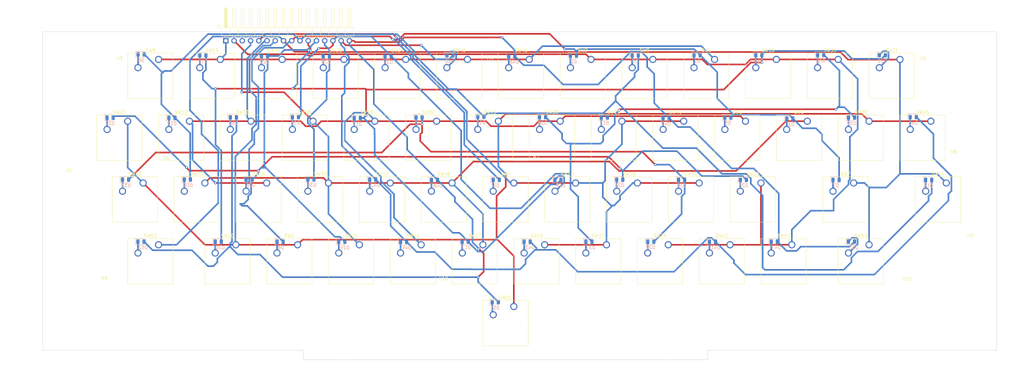
<source format=kicad_pcb>
(kicad_pcb (version 20221018) (generator pcbnew)
  (title_block (date "2023-06-10"))
  (layers (0 "F.Cu" signal) (31 "B.Cu" signal) (34 "B.Paste" user) (35 "F.Paste" user) (36 "B.SilkS" user "B.Silkscreen") (37 "F.SilkS" user "F.Silkscreen") (38 "B.Mask" user) (39 "F.Mask" user) (44 "Edge.Cuts" user))
  (net 0 "")
  (net 1 "PA0")
  (net 2 "PA1")
  (net 3 "GND")
  (net 4 "PA2")
  (net 5 "PA3")
  (net 6 "PA4")
  (net 7 "PA5")
  (net 8 "PA6")
  (net 9 "PB0")
  (net 10 "PB1")
  (net 11 "PB2")
  (net 12 "PB3")
  (net 13 "PB4")
  (net 14 "PB5")
  (net 15 "PB6")
  (net 16 "PB7")
  (net 17 "Net-(D1-K)")
  (net 18 "Net-(D2-K)")
  (net 19 "Net-(D3-K)")
  (net 20 "Net-(D4-K)")
  (net 21 "Net-(D5-K)")
  (net 22 "Net-(D6-K)")
  (net 23 "Net-(D7-K)")
  (net 24 "Net-(D8-K)")
  (net 25 "Net-(D9-K)")
  (net 26 "Net-(D10-K)")
  (net 27 "Net-(D11-K)")
  (net 28 "Net-(D12-K)")
  (net 29 "Net-(D13-K)")
  (net 30 "Net-(D14-K)")
  (net 31 "Net-(D15-K)")
  (net 32 "Net-(D16-K)")
  (net 33 "Net-(D17-K)")
  (net 34 "Net-(D18-K)")
  (net 35 "Net-(D19-K)")
  (net 36 "Net-(D20-K)")
  (net 37 "Net-(D21-K)")
  (net 38 "Net-(D22-K)")
  (net 39 "Net-(D23-K)")
  (net 40 "Net-(D24-K)")
  (net 41 "Net-(D25-K)")
  (net 42 "Net-(D26-K)")
  (net 43 "Net-(D27-K)")
  (net 44 "Net-(D28-K)")
  (net 45 "Net-(D29-K)")
  (net 46 "Net-(D30-K)")
  (net 47 "Net-(D31-K)")
  (net 48 "Net-(D32-K)")
  (net 49 "Net-(D33-K)")
  (net 50 "Net-(D34-K)")
  (net 51 "Net-(D35-K)")
  (net 52 "Net-(D36-K)")
  (net 53 "Net-(D37-K)")
  (net 54 "Net-(D38-K)")
  (net 55 "Net-(D39-K)")
  (net 56 "Net-(D40-K)")
  (net 57 "Net-(D41-K)")
  (net 58 "Net-(D42-K)")
  (net 59 "Net-(D43-K)")
  (net 60 "Net-(D44-K)")
  (net 61 "Net-(D45-K)")
  (net 62 "Net-(D46-K)")
  (net 63 "Net-(D47-K)")
  (net 64 "Net-(D48-K)")
  (net 65 "Net-(D49-K)")
  (net 66 "Net-(D50-K)")
  (net 67 "Net-(D51-K)")
  (net 68 "Net-(D52-K)")
  (net 69 "Net-(D53-K)")
  (footprint "Button_Switch_Keyboard:SW_Cherry_MX_1.00u_PCB" (layer "F.Cu") (at 154.9146 171.0436)
    (fp_text reference "SW24")
    (fp_text value "C")
  )
  (footprint "Button_Switch_Keyboard:SW_Cherry_MX_1.00u_PCB" (layer "F.Cu") (at 164.4396 151.9936)
    (fp_text reference "SW42")
    (fp_text value "F")
  )
  (footprint "Button_Switch_Keyboard:SW_Cherry_MX_1.00u_PCB" (layer "F.Cu") (at 235.8771 132.9436)
    (fp_text reference "SW11")
    (fp_text value "I")
  )
  (footprint "Button_Switch_Keyboard:SW_Cherry_MX_1.00u_PCB" (layer "F.Cu") (at 140.6271 132.9436)
    (fp_text reference "SW36")
    (fp_text value "E")
  )
  (footprint "Button_Switch_Keyboard:SW_Cherry_MX_1.00u_PCB" (layer "F.Cu") (at 188.2521 113.8936)
    (fp_text reference "SW40")
    (fp_text value "6")
  )
  (footprint "Button_Switch_Keyboard:SW_Cherry_MX_1.00u_PCB" (layer "F.Cu") (at 283.5011 113.8936)
    (fp_text reference "SW16")
    (fp_text value ":")
  )
  (footprint "Button_Switch_Keyboard:SW_Cherry_MX_1.00u_PCB" (layer "F.Cu") (at 202.5396 151.9936)
    (fp_text reference "SW4")
    (fp_text value "H")
  )
  (footprint "Button_Switch_Keyboard:SW_Cherry_MX_1.00u_PCB" (layer "F.Cu") (at 312.0771 132.9436)
    (fp_text reference "SW39")
    (fp_text value "Left")
  )
  (footprint "MountingHole:MountingHole_3.2mm_M3" (layer "F.Cu") (at 328.5998 109.3978 180)
    (fp_text reference "H5")
    (fp_text value "MountingHole")
  )
  (footprint "Button_Switch_Keyboard:SW_Cherry_MX_1.00u_PCB" (layer "F.Cu") (at 288.2646 171.0436)
    (fp_text reference "SW47")
    (fp_text value "/")
  )
  (footprint "Button_Switch_Keyboard:SW_Cherry_MX_1.00u_PCB" (layer "F.Cu") (at 302.5521 113.8936)
    (fp_text reference "SW35")
    (fp_text value "-")
  )
  (footprint "Button_Switch_Keyboard:SW_Cherry_MX_1.00u_PCB" (layer "F.Cu") (at 273.9771 132.9436)
    (fp_text reference "SW5")
    (fp_text value "P")
  )
  (footprint "Button_Switch_Keyboard:SW_Cherry_MX_1.00u_PCB" (layer "F.Cu") (at 131.1021 113.8936)
    (fp_text reference "SW22")
    (fp_text value "3")
  )
  (footprint "Button_Switch_Keyboard:SW_Cherry_MX_1.00u_PCB" (layer "F.Cu") (at 178.7271 132.9436)
    (fp_text reference "SW32")
    (fp_text value "T")
  )
  (footprint "Button_Switch_Keyboard:SW_Cherry_MX_1.00u_PCB" (layer "F.Cu") (at 150.1521 113.8936)
    (fp_text reference "SW28")
    (fp_text value "4")
  )
  (footprint "MountingHole:MountingHole_5.3mm_M5" (layer "F.Cu") (at 65.3796 154.432)
    (fp_text reference "H1")
    (fp_text value "MountingHole")
  )
  (footprint "Button_Switch_Keyboard:SW_Cherry_MX_1.00u_PCB" (layer "F.Cu") (at 197.7771 132.9436)
    (fp_text reference "SW13")
    (fp_text value "Y")
  )
  (footprint "MountingHole:MountingHole_3.2mm_M3" (layer "F.Cu") (at 180.8226 185.674)
    (fp_text reference "H10")
    (fp_text value "MountingHole")
  )
  (footprint "Button_Switch_Keyboard:SW_Cherry_MX_1.00u_PCB" (layer "F.Cu") (at 173.9646 171.0436)
    (fp_text reference "SW44")
    (fp_text value "V")
  )
  (footprint "Button_Switch_Keyboard:SW_Cherry_MX_1.00u_PCB" (layer "F.Cu") (at 193.0146 171.0436)
    (fp_text reference "SW17")
    (fp_text value "B")
  )
  (footprint "Button_Switch_Keyboard:SW_Cherry_MX_1.00u_PCB" (layer "F.Cu") (at 231.1146 171.0436)
    (fp_text reference "SW37")
    (fp_text value "M")
  )
  (footprint "Button_Switch_Keyboard:SW_Cherry_MX_1.00u_PCB" (layer "F.Cu") (at 207.3021 113.8936)
    (fp_text reference "SW46")
    (fp_text value "7")
  )
  (footprint "Button_Switch_Keyboard:SW_Cherry_MX_1.00u_PCB" (layer "F.Cu") (at 88.2396 151.9936)
    (fp_text reference "SW33")
    (fp_text value "Down")
  )
  (footprint "Button_Switch_Keyboard:SW_Cherry_MX_1.00u_PCB" (layer "F.Cu") (at 293.0271 132.9436)
    (fp_text reference "SW3")
    (fp_text value "At")
  )
  (footprint "Button_Switch_Keyboard:SW_Cherry_MX_1.50u_PCB" (layer "F.Cu") (at 93.0021 171.0436)
    (fp_text reference "SW52")
    (fp_text value "Shift")
  )
  (footprint "Button_Switch_Keyboard:SW_Cherry_MX_1.00u_PCB" (layer "F.Cu") (at 250.1646 171.0436)
    (fp_text reference "SW29")
    (fp_text value ",")
  )
  (footprint "Button_Switch_Keyboard:SW_Cherry_MX_1.00u_PCB" (layer "F.Cu") (at 102.5271 132.9436)
    (fp_text reference "SW12")
    (fp_text value "Q")
  )
  (footprint "Button_Switch_Keyboard:SW_Cherry_MX_1.00u_PCB" (layer "F.Cu") (at 93.0021 113.8936)
    (fp_text reference "SW8")
    (fp_text value "1")
  )
  (footprint "Button_Switch_Keyboard:SW_Cherry_MX_1.00u_PCB" (layer "F.Cu") (at 135.8646 171.0436)
    (fp_text reference "SW6")
    (fp_text value "X")
  )
  (footprint "Button_Switch_Keyboard:SW_Cherry_MX_1.00u_PCB" (layer "F.Cu") (at 121.4871 132.9436)
    (fp_text reference "SW50")
    (fp_text value "W")
  )
  (footprint "MountingHole:MountingHole_5.3mm_M5" (layer "F.Cu") (at 343.3064 174.4726)
    (fp_text reference "H2")
    (fp_text value "MountingHole")
  )
  (footprint "Button_Switch_Keyboard:SW_Cherry_MX_1.00u_PCB" (layer "F.Cu") (at 83.4771 132.9436)
    (fp_text reference "SW27")
    (fp_text value "Up")
  )
  (footprint "Button_Switch_Keyboard:SW_Cherry_MX_1.00u_PCB" (layer "F.Cu") (at 259.6896 151.9936)
    (fp_text reference "SW31")
    (fp_text value "L")
  )
  (footprint "Connector_PinHeader_2.54mm:PinHeader_1x16_P2.54mm_Horizontal" (layer "F.Cu") (at 113.7412 108.1278 90)
    (fp_text reference "J1")
    (fp_text value "DRAGON_CONNECTION")
  )
  (footprint "Button_Switch_Keyboard:SW_Cherry_MX_1.00u_PCB" (layer "F.Cu") (at 145.3896 151.9936)
    (fp_text reference "SW30")
    (fp_text value "D")
  )
  (footprint "Button_Switch_Keyboard:SW_Cherry_MX_1.00u_PCB" (layer "F.Cu") (at 240.6396 151.9936)
    (fp_text reference "SW25")
    (fp_text value "K")
  )
  (footprint "Button_Switch_Keyboard:SW_Cherry_MX_1.00u_PCB" (layer "F.Cu") (at 159.6771 132.9436)
    (fp_text reference "SW19")
    (fp_text value "R")
  )
  (footprint "Button_Switch_Keyboard:SW_Cherry_MX_1.00u_PCB" (layer "F.Cu") (at 183.4896 151.9936)
    (fp_text reference "SW48")
    (fp_text value "G")
  )
  (footprint "Button_Switch_Keyboard:SW_Cherry_MX_1.00u_PCB" (layer "F.Cu") (at 269.2146 171.0436)
    (fp_text reference "SW41")
    (fp_text value ".")
  )
  (footprint "Button_Switch_Keyboard:SW_Cherry_MX_2.00u_PCB" (layer "F.Cu") (at 307.3146 151.9936)
    (fp_text reference "SW7")
    (fp_text value "Enter")
  )
  (footprint "MountingHole:MountingHole_3.2mm_M3" (layer "F.Cu") (at 209.423 148.1836)
    (fp_text reference "H7")
    (fp_text value "MountingHole")
  )
  (footprint "MountingHole:MountingHole_3.2mm_M3" (layer "F.Cu") (at 76.2762 185.5978)
    (fp_text reference "H9")
    (fp_text value "MountingHole")
  )
  (footprint "MountingHole:MountingHole_3.2mm_M3" (layer "F.Cu") (at 323.85 185.7756)
    (fp_text reference "H11")
    (fp_text value "MountingHole")
  )
  (footprint "Button_Switch_Keyboard:SW_Cherry_MX_1.00u_PCB" (layer "F.Cu") (at 212.0646 171.0436)
    (fp_text reference "SW43")
    (fp_text value "N")
  )
  (footprint "Button_Switch_Keyboard:SW_Cherry_MX_1.00u_PCB" (layer "F.Cu") (at 278.7396 151.9936)
    (fp_text reference "SW23")
    (fp_text value ";")
  )
  (footprint "Button_Switch_Keyboard:SW_Cherry_MX_1.00u_PCB" (layer "F.Cu") (at 254.9271 132.9436)
    (fp_text reference "SW49")
    (fp_text value "O")
  )
  (footprint "Button_Switch_Keyboard:SW_Cherry_MX_1.00u_PCB" (layer "F.Cu") (at 216.8271 132.9436)
    (fp_text reference "SW38")
    (fp_text value "U")
  )
  (footprint "Button_Switch_Keyboard:SW_Cherry_MX_1.00u_PCB" (layer "F.Cu") (at 112.0521 113.8936)
    (fp_text reference "SW15")
    (fp_text value "2")
  )
  (footprint "Button_Switch_Keyboard:SW_Cherry_MX_1.00u_PCB" (layer "F.Cu") (at 169.2021 113.8936)
    (fp_text reference "SW34")
    (fp_text value "5")
  )
  (footprint "MountingHole:MountingHole_3.2mm_M3" (layer "F.Cu") (at 95.25 148.4884)
    (fp_text reference "H6")
    (fp_text value "MountingHole")
  )
  (footprint "Button_Switch_Keyboard:SW_Cherry_MX_1.00u_PCB" (layer "F.Cu") (at 264.4521 113.8936)
    (fp_text reference "SW1")
    (fp_text value "O")
  )
  (footprint "Button_Switch_Keyboard:SW_Cherry_MX_1.00u_PCB" (layer "F.Cu") (at 245.4021 113.8936)
    (fp_text reference "SW9")
    (fp_text value "9")
  )
  (footprint "Button_Switch_Keyboard:SW_Cherry_MX_1.00u_PCB" (layer "F.Cu") (at 221.5896 151.9936)
    (fp_text reference "SW18")
    (fp_text value "J")
  )
  (footprint "Button_Switch_Keyboard:SW_Cherry_MX_1.00u_PCB" (layer "F.Cu") (at 126.3396 151.9936)
    (fp_text reference "SW26")
    (fp_text value "S")
  )
  (footprint "Button_Switch_Keyboard:SW_Cherry_MX_1.00u_PCB" (layer "F.Cu") (at 107.2896 151.9936)
    (fp_text reference "SW10")
    (fp_text value "A")
  )
  (footprint "Button_Switch_Keyboard:SW_Cherry_MX_1.00u_PCB" (layer "F.Cu") (at 331.1271 132.9436)
    (fp_text reference "SW45")
    (fp_text value "Right")
  )
  (footprint "MountingHole:MountingHole_3.2mm_M3" (layer "F.Cu") (at 80.9244 109.3978 180)
    (fp_text reference "H3")
    (fp_text value "MountingHole")
  )
  (footprint "Button_Switch_Keyboard:SW_Cherry_MX_1.00u_PCB" (layer "F.Cu") (at 335.8896 151.9936)
    (fp_text reference "SW14")
    (fp_text value "Clear")
  )
  (footprint "Button_Switch_Keyboard:SW_Cherry_MX_1.50u_PCB" (layer "F.Cu") (at 312.0771 171.0436)
    (fp_text reference "SW53")
    (fp_text value "Shift")
  )
  (footprint "Button_Switch_Keyboard:SW_Cherry_MX_1.00u_PCB" (layer "F.Cu") (at 321.6021 113.8936)
    (fp_text reference "SW21")
    (fp_text value "Break")
  )
  (footprint "Button_Switch_Keyboard:SW_Cherry_MX_1.00u_PCB" (layer "F.Cu") (at 226.3521 113.8936)
    (fp_text reference "SW2")
    (fp_text value "8")
  )
  (footprint "MountingHole:MountingHole_3.2mm_M3" (layer "F.Cu") (at 195.2244 109.3216 180)
    (fp_text reference "H4")
    (fp_text value "MountingHole")
  )
  (footprint "Button_Switch_Keyboard:SW_Cherry_MX_6.25u_PCB" (layer "F.Cu") (at 202.5396 190.0936)
    (fp_text reference "SW51")
    (fp_text value "Space")
  )
  (footprint "MountingHole:MountingHole_3.2mm_M3" (layer "F.Cu") (at 338.1248 146.5834)
    (fp_text reference "H8")
    (fp_text value "MountingHole")
  )
  (footprint "Button_Switch_Keyboard:SW_Cherry_MX_1.00u_PCB" (layer "F.Cu") (at 116.8146 171.0436)
    (fp_text reference "SW20")
    (fp_text value "Z")
  )
  (footprint "Diode_SMD:D_0805_2012Metric" (layer "B.Cu") (at 173.3296 131.7752)
    (fp_text reference "D32")
    (fp_text value "D")
  )
  (footprint "Diode_SMD:D_0805_2012Metric" (layer "B.Cu") (at 78.0542 131.8514)
    (fp_text reference "D27")
    (fp_text value "D")
  )
  (footprint "Diode_SMD:D_0805_2012Metric" (layer "B.Cu") (at 206.6544 170.1038)
    (fp_text reference "D43")
    (fp_text value "D")
  )
  (footprint "Diode_SMD:D_0805_2012Metric" (layer "B.Cu") (at 297.1546 112.4712)
    (fp_text reference "D35")
    (fp_text value "D")
  )
  (footprint "Diode_SMD:D_0805_2012Metric" (layer "B.Cu") (at 163.7792 112.903)
    (fp_text reference "D34")
    (fp_text value "D")
  )
  (footprint "Diode_SMD:D_0805_2012Metric" (layer "B.Cu") (at 135.2065 131.6482)
    (fp_text reference "D36")
    (fp_text value "D")
  )
  (footprint "Diode_SMD:D_0805_2012Metric" (layer "B.Cu") (at 82.8294 150.9522)
    (fp_text reference "D33")
    (fp_text value "D")
  )
  (footprint "Diode_SMD:D_0805_2012Metric" (layer "B.Cu") (at 87.6323 112.3188)
    (fp_text reference "D8")
    (fp_text value "D")
  )
  (footprint "Diode_SMD:D_0805_2012Metric" (layer "B.Cu") (at 301.9044 151.0538)
    (fp_text reference "D7")
    (fp_text value "D")
  )
  (footprint "Diode_SMD:D_0805_2012Metric" (layer "B.Cu") (at 130.4798 170.1038)
    (fp_text reference "D6")
    (fp_text value "D")
  )
  (footprint "Diode_SMD:D_0805_2012Metric" (layer "B.Cu") (at 168.5544 170.1546)
    (fp_text reference "D44")
    (fp_text value "D")
  )
  (footprint "Diode_SMD:D_0805_2012Metric" (layer "B.Cu") (at 230.4542 131.7752)
    (fp_text reference "D11")
    (fp_text value "D")
  )
  (footprint "Diode_SMD:D_0805_2012Metric" (layer "B.Cu") (at 235.204 150.9776)
    (fp_text reference "D25")
    (fp_text value "D")
  )
  (footprint "Diode_SMD:D_0805_2012Metric" (layer "B.Cu") (at 254.2794 151.003)
    (fp_text reference "D31")
    (fp_text value "D")
  )
  (footprint "Diode_SMD:D_0805_2012Metric" (layer "B.Cu") (at 154.2796 131.953)
    (fp_text reference "D19")
    (fp_text value "D")
  )
  (footprint "Diode_SMD:D_0805_2012Metric" (layer "B.Cu") (at 139.9794 150.876)
    (fp_text reference "D30")
    (fp_text value "D")
  )
  (footprint "Diode_SMD:D_0805_2012Metric" (layer "B.Cu") (at 273.3294 151.0284)
    (fp_text reference "D23")
    (fp_text value "D")
  )
  (footprint "Diode_SMD:D_0805_2012Metric" (layer "B.Cu") (at 244.7798 170.1038)
    (fp_text reference "D29")
    (fp_text value "D")
  )
  (footprint "Diode_SMD:D_0805_2012Metric" (layer "B.Cu") (at 278.0792 112.522)
    (fp_text reference "D16")
    (fp_text value "D")
  )
  (footprint "Diode_SMD:D_0805_2012Metric" (layer "B.Cu") (at 149.5044 170.1038)
    (fp_text reference "D24")
    (fp_text value "D")
  )
  (footprint "Diode_SMD:D_0805_2012Metric" (layer "B.Cu") (at 192.3796 131.5466)
    (fp_text reference "D13")
    (fp_text value "D")
  )
  (footprint "Diode_SMD:D_0805_2012Metric" (layer "B.Cu") (at 106.6546 112.6236)
    (fp_text reference "D15")
    (fp_text value "D")
  )
  (footprint "Diode_SMD:D_0805_2012Metric" (layer "B.Cu") (at 120.9294 150.9268)
    (fp_text reference "D26")
    (fp_text value "D")
  )
  (footprint "Diode_SMD:D_0805_2012Metric" (layer "B.Cu") (at 101.8794 150.9268)
    (fp_text reference "D10")
    (fp_text value "D")
  )
  (footprint "Diode_SMD:D_0805_2012Metric" (layer "B.Cu") (at 144.7292 112.8522)
    (fp_text reference "D28")
    (fp_text value "D")
  )
  (footprint "Diode_SMD:D_0805_2012Metric" (layer "B.Cu") (at 211.4042 131.6736)
    (fp_text reference "D38")
    (fp_text value "D")
  )
  (footprint "Diode_SMD:D_0805_2012Metric" (layer "B.Cu") (at 220.9292 112.6998)
    (fp_text reference "D2")
    (fp_text value "D")
  )
  (footprint "Diode_SMD:D_0805_2012Metric" (layer "B.Cu") (at 178.0794 151.0792)
    (fp_text reference "D48")
    (fp_text value "D")
  )
  (footprint "Diode_SMD:D_0805_2012Metric" (layer "B.Cu") (at 268.5311 131.8006)
    (fp_text reference "D5")
    (fp_text value "D")
  )
  (footprint "Diode_SMD:D_0805_2012Metric" (layer "B.Cu") (at 249.5042 131.9784)
    (fp_text reference "D49")
    (fp_text value "D")
  )
  (footprint "Diode_SMD:D_0805_2012Metric" (layer "B.Cu") (at 263.8067 170.1292)
    (fp_text reference "D41")
    (fp_text value "D")
  )
  (footprint "Diode_SMD:D_0805_2012Metric" (layer "B.Cu") (at 197.1294 151.003)
    (fp_text reference "D4")
    (fp_text value "D")
  )
  (footprint "Diode_SMD:D_0805_2012Metric" (layer "B.Cu") (at 306.6796 131.8006)
    (fp_text reference "D39")
    (fp_text value "D")
  )
  (footprint "Diode_SMD:D_0805_2012Metric" (layer "B.Cu") (at 306.6542 170.053)
    (fp_text reference "D53")
    (fp_text value "D")
  )
  (footprint "Diode_SMD:D_0805_2012Metric" (layer "B.Cu") (at 225.7044 170.0784)
    (fp_text reference "D37")
    (fp_text value "D")
  )
  (footprint "Diode_SMD:D_0805_2012Metric" (layer "B.Cu") (at 287.655 132.1308)
    (fp_text reference "D3")
    (fp_text value "D")
  )
  (footprint "Diode_SMD:D_0805_2012Metric" (layer "B.Cu") (at 187.5536 170.0784)
    (fp_text reference "D17")
    (fp_text value "D")
  )
  (footprint "Diode_SMD:D_0805_2012Metric" (layer "B.Cu") (at 159.0317 150.9522)
    (fp_text reference "D42")
    (fp_text value "D")
  )
  (footprint "Diode_SMD:D_0805_2012Metric" (layer "B.Cu") (at 316.1792 112.5474)
    (fp_text reference "D21")
    (fp_text value "D")
  )
  (footprint "Diode_SMD:D_0805_2012Metric" (layer "B.Cu") (at 282.8544 170.0784)
    (fp_text reference "D47")
    (fp_text value "D")
  )
  (footprint "Diode_SMD:D_0805_2012Metric" (layer "B.Cu") (at 196.8269 188.722)
    (fp_text reference "D51")
    (fp_text value "D")
  )
  (footprint "Diode_SMD:D_0805_2012Metric" (layer "B.Cu") (at 216.154 151.0284)
    (fp_text reference "D18")
    (fp_text value "D")
  )
  (footprint "Diode_SMD:D_0805_2012Metric" (layer "B.Cu") (at 182.8546 112.649)
    (fp_text reference "D40")
    (fp_text value "D")
  )
  (footprint "Diode_SMD:D_0805_2012Metric" (layer "B.Cu") (at 259.0546 112.5728)
    (fp_text reference "D1")
    (fp_text value "D")
  )
  (footprint "Diode_SMD:D_0805_2012Metric" (layer "B.Cu") (at 125.6792 112.8268)
    (fp_text reference "D22")
    (fp_text value "D")
  )
  (footprint "Diode_SMD:D_0805_2012Metric" (layer "B.Cu") (at 97.1296 131.9276)
    (fp_text reference "D12")
    (fp_text value "D")
  )
  (footprint "Diode_SMD:D_0805_2012Metric" (layer "B.Cu") (at 330.454 151.0538)
    (fp_text reference "D14")
    (fp_text value "D")
  )
  (footprint "Diode_SMD:D_0805_2012Metric" (layer "B.Cu") (at 201.9046 112.9284)
    (fp_text reference "D46")
    (fp_text value "D")
  )
  (footprint "Diode_SMD:D_0805_2012Metric" (layer "B.Cu") (at 325.7065 131.6228)
    (fp_text reference "D45")
    (fp_text value "D")
  )
  (footprint "Diode_SMD:D_0805_2012Metric" (layer "B.Cu") (at 87.5792 170.0784)
    (fp_text reference "D52")
    (fp_text value "D")
  )
  (footprint "Diode_SMD:D_0805_2012Metric" (layer "B.Cu") (at 111.4044 170.0784)
    (fp_text reference "D20")
    (fp_text value "D")
  )
  (footprint "Diode_SMD:D_0805_2012Metric" (layer "B.Cu") (at 116.078 131.7244)
    (fp_text reference "D50")
    (fp_text value "D")
  )
  (footprint "Diode_SMD:D_0805_2012Metric" (layer "B.Cu") (at 239.9792 112.649)
    (fp_text reference "D9")
    (fp_text value "D")
  )
  (gr_line (start 57.2516 203.5302) (end 57.2516 105.3084) (stroke (width 0.1)) (layer "Edge.Cuts"))
  (gr_line (start 137.6934 203.5302) (end 57.2516 203.5302) (stroke (width 0.1)) (layer "Edge.Cuts"))
  (gr_line (start 137.6934 206.502) (end 137.6934 203.5302) (stroke (width 0.1)) (layer "Edge.Cuts"))
  (gr_line (start 262.382 206.502) (end 137.6934 206.502) (stroke (width 0.1)) (layer "Edge.Cuts"))
  (gr_line (start 262.382 203.5302) (end 262.382 206.502) (stroke (width 0.1)) (layer "Edge.Cuts"))
  (gr_line (start 351.4344 203.5302) (end 262.382 203.5302) (stroke (width 0.1)) (layer "Edge.Cuts"))
  (gr_line (start 351.4344 105.3084) (end 351.4344 203.5302) (stroke (width 0.1)) (layer "Edge.Cuts"))
  (gr_line (start 57.2516 105.3084) (end 351.4344 105.3084) (stroke (width 0.1)) (layer "Edge.Cuts"))
  (segment (start 150.1521 113.8936) (end 169.2021 113.8936) (width 0.5) (layer "F.Cu") (net 1))
  (segment (start 93.0021 113.8936) (end 112.0521 113.8936) (width 0.5) (layer "F.Cu") (net 1))
  (segment (start 112.0521 113.8936) (end 131.1021 113.8936) (width 0.5) (layer "F.Cu") (net 1))
  (segment (start 207.3021 113.8936) (end 188.2521 113.8936) (width 0.5) (layer "F.Cu") (net 1))
  (segment (start 131.1021 113.8936) (end 150.1521 113.8936) (width 0.5) (layer "F.Cu") (net 1))
  (segment (start 169.2021 113.8936) (end 188.2521 113.8936) (width 0.5) (layer "F.Cu") (net 1))
  (segment (start 260.3607 109.8022) (end 211.3935 109.8022) (width 0.5) (layer "B.Cu") (net 1))
  (segment (start 211.3935 109.8022) (end 207.3021 113.8936) (width 0.5) (layer "B.Cu") (net 1))
  (segment (start 113.7412 112.2045) (end 112.0521 113.8936) (width 0.5) (layer "B.Cu") (net 1))
  (segment (start 264.4521 113.8936) (end 260.3607 109.8022) (width 0.5) (layer "B.Cu") (net 1))
  (segment (start 113.7412 108.1278) (end 113.7412 112.2045) (width 0.5) (layer "B.Cu") (net 1))
  (segment (start 138.7653 112.3032) (end 139.1811 112.719) (width 0.5) (layer "F.Cu") (net 2))
  (segment (start 275.515 113.8936) (end 283.5011 113.8936) (width 0.5) (layer "F.Cu") (net 2))
  (segment (start 116.2812 108.1278) (end 120.4566 112.3032) (width 0.5) (layer "F.Cu") (net 2))
  (segment (start 250.1646 171.0436) (end 269.2146 171.0436) (width 0.5) (layer "F.Cu") (net 2))
  (segment (start 273.961 115.4476) (end 275.515 113.8936) (width 0.5) (layer "F.Cu") (net 2))
  (segment (start 278.7396 171.0436) (end 278.7396 151.9936) (width 0.5) (layer "F.Cu") (net 2))
  (segment (start 224.7617 112.3032) (end 226.3521 113.8936) (width 0.5) (layer "F.Cu") (net 2))
  (segment (start 245.4021 113.8936) (end 260.6449 113.8936) (width 0.5) (layer "F.Cu") (net 2))
  (segment (start 140.4656 112.719) (end 140.8814 112.3032) (width 0.5) (layer "F.Cu") (net 2))
  (segment (start 278.7396 171.0436) (end 288.2646 171.0436) (width 0.5) (layer "F.Cu") (net 2))
  (segment (start 140.8814 112.3032) (end 224.7617 112.3032) (width 0.5) (layer "F.Cu") (net 2))
  (segment (start 302.5521 113.8936) (end 283.5011 113.8936) (width 0.5) (layer "F.Cu") (net 2))
  (segment (start 260.6449 113.8936) (end 262.1989 115.4476) (width 0.5) (layer "F.Cu") (net 2))
  (segment (start 226.3521 113.8936) (end 245.4021 113.8936) (width 0.5) (layer "F.Cu") (net 2))
  (segment (start 139.1811 112.719) (end 140.4656 112.719) (width 0.5) (layer "F.Cu") (net 2))
  (segment (start 269.2146 171.0436) (end 278.7396 171.0436) (width 0.5) (layer "F.Cu") (net 2))
  (segment (start 120.4566 112.3032) (end 138.7653 112.3032) (width 0.5) (layer "F.Cu") (net 2))
  (segment (start 262.1989 115.4476) (end 273.961 115.4476) (width 0.5) (layer "F.Cu") (net 2))
  (segment (start 308.567 135.3955) (end 306.1716 137.7909) (width 0.5) (layer "B.Cu") (net 2))
  (segment (start 305.7646 151.351568) (end 305.7646 152.4462) (width 0.5) (layer "B.Cu") (net 2))
  (segment (start 306.1716 150.944568) (end 305.7646 151.351568) (width 0.5) (layer "B.Cu") (net 2))
  (segment (start 302.5521 113.8936) (end 308.567 119.9085) (width 0.5) (layer "B.Cu") (net 2))
  (segment (start 301.1426 157.0682) (end 301.1426 160.5348) (width 0.5) (layer "B.Cu") (net 2))
  (segment (start 301.1426 160.5348) (end 294.117866 160.5348) (width 0.5) (layer "B.Cu") (net 2))
  (segment (start 308.567 119.9085) (end 308.567 135.3955) (width 0.5) (layer "B.Cu") (net 2))
  (segment (start 306.1716 137.7909) (end 306.1716 150.944568) (width 0.5) (layer "B.Cu") (net 2))
  (segment (start 288.2646 166.388066) (end 288.2646 171.0436) (width 0.5) (layer "B.Cu") (net 2))
  (segment (start 294.117866 160.5348) (end 288.2646 166.388066) (width 0.5) (layer "B.Cu") (net 2))
  (segment (start 305.7646 152.4462) (end 301.1426 157.0682) (width 0.5) (layer "B.Cu") (net 2))
  (segment (start 107.2896 151.9936) (end 108.8481 150.4351) (width 0.5) (layer "F.Cu") (net 4))
  (segment (start 143.8311 150.4351) (end 145.3896 151.9936) (width 0.5) (layer "F.Cu") (net 4))
  (segment (start 145.3896 151.9936) (end 164.4396 151.9936) (width 0.5) (layer "F.Cu") (net 4))
  (segment (start 271.0976 148.2804) (end 286.4344 132.9436) (width 0.5) (layer "F.Cu") (net 4))
  (segment (start 131.6984 124.0149) (end 140.6271 132.9436) (width 0.5) (layer "F.Cu") (net 4))
  (segment (start 232.051118 145.3896) (end 234.941918 148.2804) (width 0.5) (layer "F.Cu") (net 4))
  (segment (start 183.4896 151.9936) (end 190.0936 145.3896) (width 0.5) (layer "F.Cu") (net 4))
  (segment (start 183.4896 151.9936) (end 164.4396 151.9936) (width 0.5) (layer "F.Cu") (net 4))
  (segment (start 190.0936 145.3896) (end 232.051118 145.3896) (width 0.5) (layer "F.Cu") (net 4))
  (segment (start 234.941918 148.2804) (end 271.0976 148.2804) (width 0.5) (layer "F.Cu") (net 4))
  (segment (start 108.8481 150.4351) (end 143.8311 150.4351) (width 0.5) (layer "F.Cu") (net 4))
  (segment (start 118.6568 124.0149) (end 131.6984 124.0149) (width 0.5) (layer "F.Cu") (net 4))
  (segment (start 286.4344 132.9436) (end 293.0271 132.9436) (width 0.5) (layer "F.Cu") (net 4))
  (via (at 118.6568 124.0149) (size 0.8) (drill 0.4) (layers "F.Cu" "B.Cu") (net 4))
  (segment (start 145.3896 137.7061) (end 140.6271 132.9436) (width 0.5) (layer "B.Cu") (net 4))
  (segment (start 121.3612 109.4778) (end 118.6568 112.1822) (width 0.5) (layer "B.Cu") (net 4))
  (segment (start 118.6568 112.1822) (end 118.6568 124.0149) (width 0.5) (layer "B.Cu") (net 4))
  (segment (start 121.3612 108.1278) (end 121.3612 109.4778) (width 0.5) (layer "B.Cu") (net 4))
  (segment (start 193.0146 171.0436) (end 193.0146 161.5186) (width 0.5) (layer "B.Cu") (net 4))
  (segment (start 145.3896 161.5186) (end 145.3896 151.9936) (width 0.5) (layer "B.Cu") (net 4))
  (segment (start 154.9146 171.0436) (end 145.3896 161.5186) (width 0.5) (layer "B.Cu") (net 4))
  (segment (start 145.3896 151.9936) (end 145.3896 137.7061) (width 0.5) (layer "B.Cu") (net 4))
  (segment (start 193.0146 161.5186) (end 183.4896 151.9936) (width 0.5) (layer "B.Cu") (net 4))
  (segment (start 202.5396 151.9936) (end 221.5896 151.9936) (width 0.5) (layer "F.Cu") (net 5))
  (segment (start 165.2989 106.0604) (end 125.9686 106.0604) (width 0.5) (layer "F.Cu") (net 5))
  (segment (start 125.9686 106.0604) (end 123.9012 108.1278) (width 0.5) (layer "F.Cu") (net 5))
  (segment (start 212.0646 171.0436) (end 231.1146 171.0436) (width 0.5) (layer "F.Cu") (net 5))
  (segment (start 166.2339 106.9954) (end 165.2989 106.0604) (width 0.5) (layer "F.Cu") (net 5))
  (segment (start 240.6396 151.9936) (end 259.6896 151.9936) (width 0.5) (layer "F.Cu") (net 5))
  (segment (start 235.8771 132.9436) (end 254.9271 132.9436) (width 0.5) (layer "F.Cu") (net 5))
  (via (at 166.2339 106.9954) (size 0.8) (drill 0.4) (layers "F.Cu" "B.Cu") (net 5))
  (segment (start 230.6875 151.2935) (end 230.6875 145.2071) (width 0.5) (layer "B.Cu") (net 5))
  (segment (start 235.2802 155.956) (end 239.2426 151.9936) (width 0.5) (layer "B.Cu") (net 5))
  (segment (start 233.4382 158.941) (end 235.2802 157.099) (width 0.5) (layer "B.Cu") (net 5))
  (segment (start 231.1146 171.0436) (end 231.1146 160.8248) (width 0.5) (layer "B.Cu") (net 5))
  (segment (start 188.0616 129.9718) (end 188.0616 138.4966) (width 0.5) (layer "B.Cu") (net 5))
  (segment (start 171.4521 113.3623) (end 188.0616 129.9718) (width 0.5) (layer "B.Cu") (net 5))
  (segment (start 171.4521 112.2136) (end 171.4521 113.3623) (width 0.5) (layer "B.Cu") (net 5))
  (segment (start 166.2339 106.9954) (end 171.4521 112.2136) (width 0.5) (layer "B.Cu") (net 5))
  (segment (start 231.1146 160.8248) (end 232.9984 158.941) (width 0.5) (layer "B.Cu") (net 5))
  (segment (start 201.5586 151.9936) (end 202.5396 151.9936) (width 0.5) (layer "B.Cu") (net 5))
  (segment (start 230.6875 145.2071) (end 235.8771 140.0175) (width 0.5) (layer "B.Cu") (net 5))
  (segment (start 188.0616 138.4966) (end 201.5586 151.9936) (width 0.5) (layer "B.Cu") (net 5))
  (segment (start 235.8771 140.0175) (end 235.8771 132.9436) (width 0.5) (layer "B.Cu") (net 5))
  (segment (start 232.5502 158.941) (end 229.9874 156.3782) (width 0.5) (layer "B.Cu") (net 5))
  (segment (start 229.9874 151.9936) (end 221.5896 151.9936) (width 0.5) (layer "B.Cu") (net 5))
  (segment (start 229.9874 151.9936) (end 230.6875 151.2935) (width 0.5) (layer "B.Cu") (net 5))
  (segment (start 232.9984 158.941) (end 233.4382 158.941) (width 0.5) (layer "B.Cu") (net 5))
  (segment (start 229.9874 156.3782) (end 229.9874 151.9936) (width 0.5) (layer "B.Cu") (net 5))
  (segment (start 239.2426 151.9936) (end 240.6396 151.9936) (width 0.5) (layer "B.Cu") (net 5))
  (segment (start 235.2802 157.099) (end 235.2802 155.956) (width 0.5) (layer "B.Cu") (net 5))
  (segment (start 232.9984 158.941) (end 232.5502 158.941) (width 0.5) (layer "B.Cu") (net 5))
  (segment (start 126.3396 151.9936) (end 110.5637 151.9936) (width 0.5) (layer "F.Cu") (net 6))
  (segment (start 102.5271 132.9436) (end 121.4871 132.9436) (width 0.5) (layer "F.Cu") (net 6))
  (segment (start 195.5239 134.4976) (end 208.6864 134.4976) (width 0.5) (layer "F.Cu") (net 6))
  (segment (start 193.9699 132.9436) (end 195.5239 134.4976) (width 0.5) (layer "F.Cu") (net 6))
  (segment (start 141.6131 134.4976) (end 143.1671 132.9436) (width 0.5) (layer "F.Cu") (net 6))
  (segment (start 272.4213 131.3878) (end 273.9771 132.9436) (width 0.5) (layer "F.Cu") (net 6))
  (segment (start 216.8271 132.9436) (end 218.3829 131.3878) (width 0.5) (layer "F.Cu") (net 6))
  (segment (start 208.6864 134.4976) (end 210.2404 132.9436) (width 0.5) (layer "F.Cu") (net 6))
  (segment (start 210.2404 132.9436) (end 216.8271 132.9436) (width 0.5) (layer "F.Cu") (net 6))
  (segment (start 178.7271 132.9436) (end 193.9699 132.9436) (width 0.5) (layer "F.Cu") (net 6))
  (segment (start 121.4871 132.9436) (end 136.8199 132.9436) (width 0.5) (layer "F.Cu") (net 6))
  (segment (start 136.8199 132.9436) (end 138.3739 134.4976) (width 0.5) (layer "F.Cu") (net 6))
  (segment (start 218.3829 131.3878) (end 272.4213 131.3878) (width 0.5) (layer "F.Cu") (net 6))
  (segment (start 159.6771 132.9436) (end 178.7271 132.9436) (width 0.5) (layer "F.Cu") (net 6))
  (segment (start 143.1671 132.9436) (end 159.6771 132.9436) (width 0.5) (layer "F.Cu") (net 6))
  (segment (start 138.3739 134.4976) (end 141.6131 134.4976) (width 0.5) (layer "F.Cu") (net 6))
  (via (at 110.5637 151.9936) (size 0.8) (drill 0.4) (layers "F.Cu" "B.Cu") (net 6))
  (segment (start 103.4796 133.8961) (end 102.5271 132.9436) (width 0.5) (layer "B.Cu") (net 6))
  (segment (start 125.7768 108.1278) (end 120.3452 113.5594) (width 0.5) (layer "B.Cu") (net 6))
  (segment (start 165.6029 155.4422) (end 165.6029 162.6819) (width 0.5) (layer "B.Cu") (net 6))
  (segment (start 161.5585 151.3978) (end 165.6029 155.4422) (width 0.5) (layer "B.Cu") (net 6))
  (segment (start 150.368 133.2363) (end 150.368 138.8618) (width 0.5) (layer "B.Cu") (net 6))
  (segment (start 110.5637 151.9936) (end 103.4796 144.9095) (width 0.5) (layer "B.Cu") (net 6))
  (segment (start 153.2765 130.3278) (end 150.368 133.2363) (width 0.5) (layer "B.Cu") (net 6))
  (segment (start 165.6029 162.6819) (end 173.9646 171.0436) (width 0.5) (layer "B.Cu") (net 6))
  (segment (start 159.6771 132.9436) (end 159.6771 132.6676) (width 0.5) (layer "B.Cu") (net 6))
  (segment (start 103.4796 144.9095) (end 103.4796 133.8961) (width 0.5) (layer "B.Cu") (net 6))
  (segment (start 157.3373 130.3278) (end 153.2765 130.3278) (width 0.5) (layer "B.Cu") (net 6))
  (segment (start 159.6771 132.6676) (end 157.3373 130.3278) (width 0.5) (layer "B.Cu") (net 6))
  (segment (start 120.3452 131.8017) (end 121.4871 132.9436) (width 0.5) (layer "B.Cu") (net 6))
  (segment (start 120.3452 113.5594) (end 120.3452 131.8017) (width 0.5) (layer "B.Cu") (net 6))
  (segment (start 126.4412 108.1278) (end 125.7768 108.1278) (width 0.5) (layer "B.Cu") (net 6))
  (segment (start 161.5585 150.0523) (end 161.5585 151.3978) (width 0.5) (layer "B.Cu") (net 6))
  (segment (start 150.368 138.8618) (end 161.5585 150.0523) (width 0.5) (layer "B.Cu") (net 6))
  (segment (start 331.1271 132.9436) (end 312.0771 132.9436) (width 0.5) (layer "F.Cu") (net 7))
  (segment (start 197.478 169.4609) (end 197.231 169.2139) (width 0.5) (layer "F.Cu") (net 7))
  (segment (start 200.0571 130.6636) (end 309.7971 130.6636) (width 0.5) (layer "F.Cu") (net 7))
  (segment (start 197.478 169.4609) (end 137.4473 169.4609) (width 0.5) (layer "F.Cu") (net 7))
  (segment (start 202.5396 190.0936) (end 202.5396 174.5225) (width 0.5) (layer "F.Cu") (net 7))
  (segment (start 197.231 169.2139) (end 197.231 156.0068) (width 0.5) (layer "F.Cu") (net 7))
  (segment (start 116.8146 171.0436) (end 107.2896 171.0436) (width 0.5) (layer "F.Cu") (net 7))
  (segment (start 116.8146 171.0436) (end 135.8646 171.0436) (width 0.5) (layer "F.Cu") (net 7))
  (segment (start 197.231 156.0068) (end 200.0494 153.1884) (width 0.5) (layer "F.Cu") (net 7))
  (segment (start 197.7771 132.9436) (end 200.0571 130.6636) (width 0.5) (layer "F.Cu") (net 7))
  (segment (start 309.7971 130.6636) (end 312.0771 132.9436) (width 0.5) (layer "F.Cu") (net 7))
  (segment (start 107.2896 171.0436) (end 88.2396 151.9936) (width 0.5) (layer "F.Cu") (net 7))
  (segment (start 202.5396 174.5225) (end 197.478 169.4609) (width 0.5) (layer "F.Cu") (net 7))
  (segment (start 200.0494 153.1884) (end 200.0494 149.2307) (width 0.5) (layer "F.Cu") (net 7))
  (segment (start 137.4473 169.4609) (end 135.8646 171.0436) (width 0.5) (layer "F.Cu") (net 7))
  (via (at 200.0494 149.2307) (size 0.8) (drill 0.4) (layers "F.Cu" "B.Cu") (net 7))
  (segment (start 121.8143 138.7012) (end 121.8143 135.1635) (width 0.5) (layer "B.Cu") (net 7))
  (segment (start 116.8146 171.0436) (end 116.6868 170.9158) (width 0.5) (layer "B.Cu") (net 7))
  (segment (start 116.6868 143.8287) (end 121.8143 138.7012) (width 0.5) (layer "B.Cu") (net 7))
  (segment (start 197.7771 146.9584) (end 200.0494 149.2307) (width 0.5) (layer "B.Cu") (net 7))
  (segment (start 83.4771 147.2311) (end 83.4771 132.9436) (width 0.5) (layer "B.Cu") (net 7))
  (segment (start 123.088 133.8898) (end 123.088 125.4574) (width 0.5) (layer "B.Cu") (net 7))
  (segment (start 121.8143 135.1635) (end 123.088 133.8898) (width 0.5) (layer "B.Cu") (net 7))
  (segment (start 123.088 125.4574) (end 121.0452 123.4146) (width 0.5) (layer "B.Cu") (net 7))
  (segment (start 197.7771 132.9436) (end 197.7771 146.9584) (width 0.5) (layer "B.Cu") (net 7))
  (segment (start 121.0452 123.4146) (end 121.0452 113.8497) (width 0.5) (layer "B.Cu") (net 7))
  (segment (start 121.0452 113.8497) (end 125.2785 109.6164) (width 0.5) (layer "B.Cu") (net 7))
  (segment (start 125.2785 109.6164) (end 127.4926 109.6164) (width 0.5) (layer "B.Cu") (net 7))
  (segment (start 116.6868 170.9158) (end 116.6868 143.8287) (width 0.5) (layer "B.Cu") (net 7))
  (segment (start 88.2396 151.9936) (end 83.4771 147.2311) (width 0.5) (layer "B.Cu") (net 7))
  (segment (start 127.4926 109.6164) (end 128.9812 108.1278) (width 0.5) (layer "B.Cu") (net 7))
  (segment (start 140.5912 111.6032) (end 303.2462 111.6032) (width 0.5) (layer "F.Cu") (net 8))
  (segment (start 139.4712 112.0189) (end 140.1755 112.0189) (width 0.5) (layer "F.Cu") (net 8))
  (segment (start 138.9937 111.5414) (end 139.4712 112.0189) (width 0.5) (layer "F.Cu") (net 8))
  (segment (start 321.5513 113.9444) (end 321.6021 113.8936) (width 0.5) (layer "F.Cu") (net 8))
  (segment (start 134.9348 111.5414) (end 138.9937 111.5414) (width 0.5) (layer "F.Cu") (net 8))
  (segment (start 305.5874 113.9444) (end 321.5513 113.9444) (width 0.5) (layer "F.Cu") (net 8))
  (segment (start 140.1755 112.0189) (end 140.5912 111.6032) (width 0.5) (layer "F.Cu") (net 8))
  (segment (start 131.5212 108.1278) (end 134.9348 111.5414) (width 0.5) (layer "F.Cu") (net 8))
  (segment (start 303.2462 111.6032) (end 305.5874 113.9444) (width 0.5) (layer "F.Cu") (net 8))
  (segment (start 312.0771 153.3919) (end 317.3866 153.3919) (width 0.5) (layer "B.Cu") (net 8))
  (segment (start 321.6021 113.8936) (end 321.6021 149.1764) (width 0.5) (layer "B.Cu") (net 8))
  (segment (start 98.5266 171.0436) (end 93.0021 171.0436) (width 0.5) (layer "B.Cu") (net 8))
  (segment (start 102.6668 113.9336) (end 102.6668 129.5655) (width 0.5) (layer "B.Cu") (net 8))
  (segment (start 130.2211 106.8277) (end 109.7727 106.8277) (width 0.5) (layer "B.Cu") (net 8))
  (segment (start 106.25 136.9018) (end 111.4151 142.0669) (width 0.5) (layer "B.Cu") (net 8))
  (segment (start 333.0724 149.1764) (end 335.8896 151.9936) (width 0.5) (layer "B.Cu") (net 8))
  (segment (start 131.5212 108.1278) (end 130.2211 106.8277) (width 0.5) (layer "B.Cu") (net 8))
  (segment (start 106.25 133.1487) (end 106.25 136.9018) (width 0.5) (layer "B.Cu") (net 8))
  (segment (start 102.6668 129.5655) (end 106.25 133.1487) (width 0.5) (layer "B.Cu") (net 8))
  (segment (start 317.3866 153.3919) (end 321.6021 149.1764) (width 0.5) (layer "B.Cu") (net 8))
  (segment (start 312.0771 153.3919) (end 312.0771 171.0436) (width 0.5) (layer "B.Cu") (net 8))
  (segment (start 321.6021 149.1764) (end 333.0724 149.1764) (width 0.5) (layer "B.Cu") (net 8))
  (segment (start 310.6788 151.9936) (end 312.0771 153.3919) (width 0.5) (layer "B.Cu") (net 8))
  (segment (start 109.7727 106.8277) (end 102.6668 113.9336) (width 0.5) (layer "B.Cu") (net 8))
  (segment (start 111.4151 158.1551) (end 98.5266 171.0436) (width 0.5) (layer "B.Cu") (net 8))
  (segment (start 111.4151 142.0669) (end 111.4151 158.1551) (width 0.5) (layer "B.Cu") (net 8))
  (segment (start 307.3146 151.9936) (end 310.6788 151.9936) (width 0.5) (layer "B.Cu") (net 8))
  (segment (start 218.2714 110.6913) (end 213.5743 105.9942) (width 0.5) (layer "F.Cu") (net 9))
  (segment (start 165.3498 107.8457) (end 165.1907 107.6866) (width 0.5) (layer "F.Cu") (net 9))
  (segment (start 213.5743 105.9942) (end 168.8618 105.9942) (width 0.5) (layer "F.Cu") (net 9))
  (segment (start 164.2959 106.7918) (end 165.1907 107.6866) (width 0.5) (layer "F.Cu") (net 9))
  (segment (start 135.3972 106.7918) (end 164.2959 106.7918) (width 0.5) (layer "F.Cu") (net 9))
  (segment (start 134.0612 108.1278) (end 135.3972 106.7918) (width 0.5) (layer "F.Cu") (net 9))
  (segment (start 167.0103 107.8457) (end 165.3498 107.8457) (width 0.5) (layer "F.Cu") (net 9))
  (segment (start 168.8618 105.9942) (end 167.0103 107.8457) (width 0.5) (layer "F.Cu") (net 9))
  (via (at 218.2714 110.6913) (size 0.8) (drill 0.4) (layers "F.Cu" "B.Cu") (net 9))
  (via (at 165.1907 107.6866) (size 0.8) (drill 0.4) (layers "F.Cu" "B.Cu") (net 9))
  (segment (start 218.2714 110.6913) (end 221.1485 110.6913) (width 0.5) (layer "B.Cu") (net 9))
  (segment (start 302.8419 144.2443) (end 297.561 138.9634) (width 0.5) (layer "B.Cu") (net 9))
  (segment (start 133.5609 108.1278) (end 134.0612 108.1278) (width 0.5) (layer "B.Cu") (net 9))
  (segment (start 302.8419 151.0538) (end 302.8419 144.2443) (width 0.5) (layer "B.Cu") (net 9))
  (segment (start 120.9294 141.5666) (end 122.5145 139.9815) (width 0.5) (layer "B.Cu") (net 9))
  (segment (start 198.0669 151.003) (end 187.2742 140.2103) (width 0.5) (layer "B.Cu") (net 9))
  (segment (start 259.9921 112.5728) (end 258.1287 110.7094) (width 0.5) (layer "B.Cu") (net 9))
  (segment (start 297.561 138.9634) (end 297.561 136.9822) (width 0.5) (layer "B.Cu") (net 9))
  (segment (start 122.5145 136.4438) (end 123.7882 135.1701) (width 0.5) (layer "B.Cu") (net 9))
  (segment (start 221.1485 110.6913) (end 221.8667 111.4095) (width 0.5) (layer "B.Cu") (net 9))
  (segment (start 221.8667 111.4095) (end 221.8667 112.6998) (width 0.5) (layer "B.Cu") (net 9))
  (segment (start 120.631632 156.0836) (end 121.5396 155.175632) (width 0.5) (layer "B.Cu") (net 9))
  (segment (start 295.7068 135.128) (end 291.5897 135.128) (width 0.5) (layer "B.Cu") (net 9))
  (segment (start 121.7452 120.4043) (end 121.7452 114.14) (width 0.5) (layer "B.Cu") (net 9))
  (segment (start 131.3721 110.3166) (end 133.5609 108.1278) (width 0.5) (layer "B.Cu") (net 9))
  (segment (start 125.5686 110.3166) (end 131.3721 110.3166) (width 0.5) (layer "B.Cu") (net 9))
  (segment (start 187.2742 140.2103) (end 187.2742 130.2766) (width 0.5) (layer "B.Cu") (net 9))
  (segment (start 187.2742 130.2766) (end 170.7521 113.7545) (width 0.5) (layer "B.Cu") (net 9))
  (segment (start 287.4155 130.9538) (end 270.3154 130.9538) (width 0.5) (layer "B.Cu") (net 9))
  (segment (start 170.7521 113.7545) (end 170.7521 112.8401) (width 0.5) (layer "B.Cu") (net 9))
  (segment (start 288.5925 132.1308) (end 287.4155 130.9538) (width 0.5) (layer "B.Cu") (net 9))
  (segment (start 120.9294 151.670411) (end 120.9294 141.5666) (width 0.5) (layer "B.Cu") (net 9))
  (segment (start 120.631632 157.070756) (end 120.631632 156.0836) (width 0.5) (layer "B.Cu") (net 9))
  (segment (start 259.9921 112.5728) (end 265.2653 117.846) (width 0.5) (layer "B.Cu") (net 9))
  (segment (start 265.2653 125.9037) (end 270.3154 130.9538) (width 0.5) (layer "B.Cu") (net 9))
  (segment (start 121.7452 114.14) (end 125.5686 110.3166) (width 0.5) (layer "B.Cu") (net 9))
  (segment (start 119.278788 158.4236) (end 120.631632 157.070756) (width 0.5) (layer "B.Cu") (net 9))
  (segment (start 118.1578 158.4236) (end 119.278788 158.4236) (width 0.5) (layer "B.Cu") (net 9))
  (segment (start 258.1287 110.7094) (end 222.5668 110.7094) (width 0.5) (layer "B.Cu") (net 9))
  (segment (start 297.561 136.9822) (end 295.7068 135.128) (width 0.5) (layer "B.Cu") (net 9))
  (segment (start 131.4173 170.1038) (end 120.3584 159.0449) (width 0.5) (layer "B.Cu") (net 9))
  (segment (start 270.3154 130.9538) (end 269.4686 131.8006) (width 0.5) (layer "B.Cu") (net 9))
  (segment (start 123.7882 122.4473) (end 121.7452 120.4043) (width 0.5) (layer "B.Cu") (net 9))
  (segment (start 265.2653 117.846) (end 265.2653 125.9037) (width 0.5) (layer "B.Cu") (net 9))
  (segment (start 121.5396 152.280611) (end 120.9294 151.670411) (width 0.5) (layer "B.Cu") (net 9))
  (segment (start 291.5897 135.128) (end 288.5925 132.1308) (width 0.5) (layer "B.Cu") (net 9))
  (segment (start 165.5986 107.6866) (end 165.1907 107.6866) (width 0.5) (layer "B.Cu") (net 9))
  (segment (start 118.7791 159.0449) (end 118.1578 158.4236) (width 0.5) (layer "B.Cu") (net 9))
  (segment (start 121.5396 155.175632) (end 121.5396 152.280611) (width 0.5) (layer "B.Cu") (net 9))
  (segment (start 170.7521 112.8401) (end 165.5986 107.6866) (width 0.5) (layer "B.Cu") (net 9))
  (segment (start 222.5668 110.7094) (end 221.8667 111.4095) (width 0.5) (layer "B.Cu") (net 9))
  (segment (start 123.7882 135.1701) (end 123.7882 122.4473) (width 0.5) (layer "B.Cu") (net 9))
  (segment (start 122.5145 139.9815) (end 122.5145 136.4438) (width 0.5) (layer "B.Cu") (net 9))
  (segment (start 120.3584 159.0449) (end 118.7791 159.0449) (width 0.5) (layer "B.Cu") (net 9))
  (segment (start 94.2419 117.9909) (end 93.8784 118.3544) (width 0.5) (layer "B.Cu") (net 10))
  (segment (start 94.2419 117.9909) (end 88.5698 112.3188) (width 0.5) (layer "B.Cu") (net 10))
  (segment (start 172.1521 112.7923) (end 182.4001 123.0403) (width 0.5) (layer "B.Cu") (net 10))
  (segment (start 306.6542 175.006) (end 306.6542 176.3776) (width 0.5) (layer "B.Cu") (net 10))
  (segment (start 98.0671 131.9276) (end 102.743 136.6035) (width 0.5) (layer "B.Cu") (net 10))
  (segment (start 93.8784 127.7389) (end 98.0671 131.9276) (width 0.5) (layer "B.Cu") (net 10))
  (segment (start 166.556182 106.1156) (end 172.1521 111.711518) (width 0.5) (layer "B.Cu") (net 10))
  (segment (start 330.4286 156.083) (end 330.4286 157.48) (width 0.5) (layer "B.Cu") (net 10))
  (segment (start 136.6012 108.1278) (end 138.6134 106.1156) (width 0.5) (layer "B.Cu") (net 10))
  (segment (start 134.5734 106.1) (end 108.2252 106.1) (width 0.5) (layer "B.Cu") (net 10))
  (segment (start 102.743 136.6035) (end 102.743 150.8529) (width 0.5) (layer "B.Cu") (net 10))
  (segment (start 274.1907 149.1772) (end 266.782 149.1772) (width 0.5) (layer "B.Cu") (net 10))
  (segment (start 248.4969 141.2395) (end 233.9398 126.6823) (width 0.5) (layer "B.Cu") (net 10))
  (segment (start 279.259 178.0908) (end 279.259 155.8605) (width 0.5) (layer "B.Cu") (net 10))
  (segment (start 233.9398 126.6823) (end 230.1193 130.5028) (width 0.5) (layer "B.Cu") (net 10))
  (segment (start 233.9397 125.1401) (end 239.776 119.3038) (width 0.5) (layer "B.Cu") (net 10))
  (segment (start 194.3609 130.5028) (end 230.1193 130.5028) (width 0.5) (layer "B.Cu") (net 10))
  (segment (start 96.8756 117.4496) (end 94.7832 117.4496) (width 0.5) (layer "B.Cu") (net 10))
  (segment (start 239.776 119.3038) (end 239.776 118.1862) (width 0.5) (layer "B.Cu") (net 10))
  (segment (start 182.4001 123.0403) (end 184.8108 123.0403) (width 0.5) (layer "B.Cu") (net 10))
  (segment (start 93.8784 118.3544) (end 93.8784 127.7389) (width 0.5) (layer "B.Cu") (net 10))
  (segment (start 266.782 149.1772) (end 258.8443 141.2395) (width 0.5) (layer "B.Cu") (net 10))
  (segment (start 258.8443 141.2395) (end 248.4969 141.2395) (width 0.5) (layer "B.Cu") (net 10))
  (segment (start 275.6157 150.6022) (end 274.1907 149.1772) (width 0.5) (layer "B.Cu") (net 10))
  (segment (start 184.8108 123.0403) (end 193.3171 131.5466) (width 0.5) (layer "B.Cu") (net 10))
  (segment (start 233.9397 126.6823) (end 233.9397 125.1401) (width 0.5) (layer "B.Cu") (net 10))
  (segment (start 308.5592 173.101) (end 306.6542 175.006) (width 0.5) (layer "B.Cu") (net 10))
  (segment (start 306.6542 176.3776) (end 304.2666 178.7652) (width 0.5) (layer "B.Cu") (net 10))
  (segment (start 230.1193 130.5028) (end 231.3917 131.7752) (width 0.5) (layer "B.Cu") (net 10))
  (segment (start 279.259 155.8605) (end 275.6157 152.2172) (width 0.5) (layer "B.Cu") (net 10))
  (segment (start 233.9398 126.6823) (end 233.9397 126.6823) (width 0.5) (layer "B.Cu") (net 10))
  (segment (start 314.8076 173.101) (end 308.5592 173.101) (width 0.5) (layer "B.Cu") (net 10))
  (segment (start 102.743 150.8529) (end 102.8169 150.9268) (width 0.5) (layer "B.Cu") (net 10))
  (segment (start 108.2252 106.1) (end 96.8756 117.4496) (width 0.5) (layer "B.Cu") (net 10))
  (segment (start 240.9167 117.0455) (end 240.9167 112.649) (width 0.5) (layer "B.Cu") (net 10))
  (segment (start 136.6012 108.1278) (end 134.5734 106.1) (width 0.5) (layer "B.Cu") (net 10))
  (segment (start 304.2666 178.7652) (end 279.9334 178.7652) (width 0.5) (layer "B.Cu") (net 10))
  (segment (start 138.6134 106.1156) (end 166.556182 106.1156) (width 0.5) (layer "B.Cu") (net 10))
  (segment (start 239.776 118.1862) (end 240.9167 117.0455) (width 0.5) (layer "B.Cu") (net 10))
  (segment (start 331.3915 151.0538) (end 331.3915 155.1201) (width 0.5) (layer "B.Cu") (net 10))
  (segment (start 275.6157 152.2172) (end 275.6157 150.6022) (width 0.5) (layer "B.Cu") (net 10))
  (segment (start 193.3171 131.5466) (end 194.3609 130.5028) (width 0.5) (layer "B.Cu") (net 10))
  (segment (start 279.9334 178.7652) (end 279.259 178.0908) (width 0.5) (layer "B.Cu") (net 10))
  (segment (start 331.3915 155.1201) (end 330.4286 156.083) (width 0.5) (layer "B.Cu") (net 10))
  (segment (start 330.4286 157.48) (end 314.8076 173.101) (width 0.5) (layer "B.Cu") (net 10))
  (segment (start 94.7832 117.4496) (end 94.2419 117.9909) (width 0.5) (layer "B.Cu") (net 10))
  (segment (start 172.1521 111.711518) (end 172.1521 112.7923) (width 0.5) (layer "B.Cu") (net 10))
  (segment (start 139.1412 108.1278) (end 139.1412 109.4778) (width 0.5) (layer "F.Cu") (net 11))
  (segment (start 156.9851 123.1909) (end 156.9851 131.1779) (width 0.5) (layer "F.Cu") (net 11))
  (segment (start 275.6526 114.8242) (end 279.0167 114.8242) (width 0.5) (layer "F.Cu") (net 11))
  (segment (start 139.8233 110.1599) (end 139.1412 109.4778) (width 0.5) (layer "F.Cu") (net 11))
  (segment (start 139.8233 111.1688) (end 139.8233 110.1599) (width 0.5) (layer "F.Cu") (net 11))
  (segment (start 267.2859 123.1909) (end 275.6526 114.8242) (width 0.5) (layer "F.Cu") (net 11))
  (segment (start 156.712 122.9178) (end 156.9851 123.1909) (width 0.5) (layer "F.Cu") (net 11))
  (segment (start 156.9851 123.1909) (end 267.2859 123.1909) (width 0.5) (layer "F.Cu") (net 11))
  (segment (start 134.3264 122.9178) (end 156.712 122.9178) (width 0.5) (layer "F.Cu") (net 11))
  (segment (start 110.5688 122.9178) (end 134.3264 122.9178) (width 0.5) (layer "F.Cu") (net 11))
  (via (at 134.3264 122.9178) (size 0.8) (drill 0.4) (layers "F.Cu" "B.Cu") (net 11))
  (via (at 139.8233 111.1688) (size 0.8) (drill 0.4) (layers "F.Cu" "B.Cu") (net 11))
  (via (at 279.0167 114.8242) (size 0.8) (drill 0.4) (layers "F.Cu" "B.Cu") (net 11))
  (via (at 110.5688 122.9178) (size 0.8) (drill 0.4) (layers "F.Cu" "B.Cu") (net 11))
  (via (at 156.9851 131.1779) (size 0.8) (drill 0.4) (layers "F.Cu" "B.Cu") (net 11))
  (segment (start 279.0167 114.8242) (end 279.0167 112.522) (width 0.5) (layer "B.Cu") (net 11))
  (segment (start 215.7106 152.4093) (end 217.0915 151.0284) (width 0.5) (layer "B.Cu") (net 11))
  (segment (start 135.794 115.1981) (end 135.794 121.4502) (width 0.5) (layer "B.Cu") (net 11))
  (segment (start 135.794 121.4502) (end 134.3264 122.9178) (width 0.5) (layer "B.Cu") (net 11))
  (segment (start 139.8233 111.1688) (end 135.794 115.1981) (width 0.5) (layer "B.Cu") (net 11))
  (segment (start 280.2528 111.2859) (end 279.0167 112.522) (width 0.5) (layer "B.Cu") (net 11))
  (segment (start 106.68 120.1166) (end 109.4812 122.9178) (width 0.5) (layer "B.Cu") (net 11))
  (segment (start 188.4911 170.1842) (end 191.4168 173.1099) (width 0.5) (layer "B.Cu") (net 11))
  (segment (start 191.4168 173.1099) (end 193.2316 173.1099) (width 0.5) (layer "B.Cu") (net 11))
  (segment (start 106.68 118.0084) (end 106.68 120.1166) (width 0.5) (layer "B.Cu") (net 11))
  (segment (start 109.4812 122.9178) (end 110.5688 122.9178) (width 0.5) (layer "B.Cu") (net 11))
  (segment (start 185.7726 167.3599) (end 188.4911 170.0784) (width 0.5) (layer "B.Cu") (net 11))
  (segment (start 183.7175 167.3599) (end 185.7726 167.3599) (width 0.5) (layer "B.Cu") (net 11))
  (segment (start 156.21 131.953) (end 159.5873 135.3303) (width 0.5) (layer "B.Cu") (net 11))
  (segment (start 315.9603 113.7038) (end 306.8454 113.7038) (width 0.5) (layer "B.Cu") (net 11))
  (segment (start 110.5688 140.2303) (end 112.3419 142.0034) (width 0.5) (layer "B.Cu") (net 11))
  (segment (start 110.5688 122.9178) (end 110.5688 140.2303) (width 0.5) (layer "B.Cu") (net 11))
  (segment (start 317.1167 112.5474) (end 315.9603 113.7038) (width 0.5) (layer "B.Cu") (net 11))
  (segment (start 156.9851 131.1779) (end 156.21 131.953) (width 0.5) (layer "B.Cu") (net 11))
  (segment (start 112.3419 142.0034) (end 112.3419 170.0784) (width 0.5) (layer "B.Cu") (net 11))
  (segment (start 193.2316 173.1099) (end 213.9322 152.4093) (width 0.5) (layer "B.Cu") (net 11))
  (segment (start 159.6371 136.988066) (end 159.6371 143.2795) (width 0.5) (layer "B.Cu") (net 11))
  (segment (start 213.9322 152.4093) (end 215.7106 152.4093) (width 0.5) (layer "B.Cu") (net 11))
  (segment (start 156.21 131.953) (end 155.2171 131.953) (width 0.5) (layer "B.Cu") (net 11))
  (segment (start 159.5873 136.938266) (end 159.6371 136.988066) (width 0.5) (layer "B.Cu") (net 11))
  (segment (start 107.5921 112.6236) (end 107.5921 117.0963) (width 0.5) (layer "B.Cu") (net 11))
  (segment (start 304.4275 111.2859) (end 280.2528 111.2859) (width 0.5) (layer "B.Cu") (net 11))
  (segment (start 107.5921 117.0963) (end 106.68 118.0084) (width 0.5) (layer "B.Cu") (net 11))
  (segment (start 188.4911 170.0784) (end 188.4911 170.1842) (width 0.5) (layer "B.Cu") (net 11))
  (segment (start 159.6371 143.2795) (end 183.7175 167.3599) (width 0.5) (layer "B.Cu") (net 11))
  (segment (start 159.5873 135.3303) (end 159.5873 136.938266) (width 0.5) (layer "B.Cu") (net 11))
  (segment (start 306.8454 113.7038) (end 304.4275 111.2859) (width 0.5) (layer "B.Cu") (net 11))
  (segment (start 102.5223 148.191) (end 101.5785 147.2472) (width 0.5) (layer "F.Cu") (net 12))
  (segment (start 231.78 143.9164) (end 128.0275 143.9164) (width 0.5) (layer "F.Cu") (net 12))
  (segment (start 235.294 147.4304) (end 231.78 143.9164) (width 0.5) (layer "F.Cu") (net 12))
  (segment (start 123.7529 148.191) (end 102.5223 148.191) (width 0.5) (layer "F.Cu") (net 12))
  (segment (start 128.0275 143.9164) (end 123.7529 148.191) (width 0.5) (layer "F.Cu") (net 12))
  (via (at 101.5785 147.2472) (size 0.8) (drill 0.4) (layers "F.Cu" "B.Cu") (net 12))
  (via (at 123.7529 148.191) (size 0.8) (drill 0.4) (layers "F.Cu" "B.Cu") (net 12))
  (via (at 235.294 147.4304) (size 0.8) (drill 0.4) (layers "F.Cu" "B.Cu") (net 12))
  (segment (start 125.6284 117.9576) (end 125.6284 146.8443) (width 0.5) (layer "B.Cu") (net 12))
  (segment (start 273.1159 149.8774) (end 274.2669 151.0284) (width 0.5) (layer "B.Cu") (net 12))
  (segment (start 78.9917 131.8514) (end 79.4712 131.3719) (width 0.5) (layer "B.Cu") (net 12))
  (segment (start 124.6618 147.2821) (end 123.7529 148.191) (width 0.5) (layer "B.Cu") (net 12))
  (segment (start 141.6622 108.1278) (end 138.8163 110.9737) (width 0.5) (layer "B.Cu") (net 12))
  (segment (start 260.5366 149.8774) (end 273.1159 149.8774) (width 0.5) (layer "B.Cu") (net 12))
  (segment (start 141.6812 108.1278) (end 141.6622 108.1278) (width 0.5) (layer "B.Cu") (net 12))
  (segment (start 79.4712 131.3719) (end 85.7032 131.3719) (width 0.5) (layer "B.Cu") (net 12))
  (segment (start 126.0662 147.2821) (end 147.3625 168.5784) (width 0.5) (layer "B.Cu") (net 12))
  (segment (start 131.8012 110.9737) (end 129.9481 112.8268) (width 0.5) (layer "B.Cu") (net 12))
  (segment (start 242.2397 142.1797) (end 252.8389 142.1797) (width 0.5) (layer "B.Cu") (net 12))
  (segment (start 126.0662 147.2821) (end 124.6618 147.2821) (width 0.5) (layer "B.Cu") (net 12))
  (segment (start 236.1415 148.2779) (end 235.294 147.4304) (width 0.5) (layer "B.Cu") (net 12))
  (segment (start 123.7529 149.0408) (end 121.8669 150.9268) (width 0.5) (layer "B.Cu") (net 12))
  (segment (start 147.3625 168.5784) (end 148.9165 168.5784) (width 0.5) (layer "B.Cu") (net 12))
  (segment (start 126.6167 116.9693) (end 125.6284 117.9576) (width 0.5) (layer "B.Cu") (net 12))
  (segment (start 85.7032 131.3719) (end 101.5785 147.2472) (width 0.5) (layer "B.Cu") (net 12))
  (segment (start 138.8163 110.9737) (end 131.8012 110.9737) (width 0.5) (layer "B.Cu") (net 12))
  (segment (start 123.7529 148.191) (end 123.7529 149.0408) (width 0.5) (layer "B.Cu") (net 12))
  (segment (start 148.9165 168.5784) (end 150.4419 170.1038) (width 0.5) (layer "B.Cu") (net 12))
  (segment (start 125.6284 146.8443) (end 126.0662 147.2821) (width 0.5) (layer "B.Cu") (net 12))
  (segment (start 236.1415 150.9776) (end 236.1415 148.2779) (width 0.5) (layer "B.Cu") (net 12))
  (segment (start 252.8389 142.1797) (end 260.5366 149.8774) (width 0.5) (layer "B.Cu") (net 12))
  (segment (start 129.9481 112.8268) (end 126.6167 112.8268) (width 0.5) (layer "B.Cu") (net 12))
  (segment (start 126.6167 112.8268) (end 126.6167 116.9693) (width 0.5) (layer "B.Cu") (net 12))
  (segment (start 236.1415 148.2779) (end 242.2397 142.1797) (width 0.5) (layer "B.Cu") (net 12))
  (segment (start 170.5468 133.8939) (end 174.2671 133.8939) (width 0.5) (layer "F.Cu") (net 13))
  (segment (start 173.6871 136.988066) (end 174.2671 136.408066) (width 0.5) (layer "F.Cu") (net 13))
  (segment (start 84.8292 149.8899) (end 92.1231 142.596) (width 0.5) (layer "F.Cu") (net 13))
  (segment (start 242.1273 142.3416) (end 176.969566 142.3416) (width 0.5) (layer "F.Cu") (net 13))
  (segment (start 246.1279 146.3422) (end 242.1273 142.3416) (width 0.5) (layer "F.Cu") (net 13))
  (segment (start 174.2671 133.8939) (end 174.2671 133.8938) (width 0.5) (layer "F.Cu") (net 13))
  (segment (start 92.1231 142.596) (end 140.9169 142.596) (width 0.5) (layer "F.Cu") (net 13))
  (segment (start 176.969566 142.3416) (end 173.6871 139.059134) (width 0.5) (layer "F.Cu") (net 13))
  (segment (start 174.2671 136.408066) (end 174.2671 133.8939) (width 0.5) (layer "F.Cu") (net 13))
  (segment (start 173.6871 139.059134) (end 173.6871 136.988066) (width 0.5) (layer "F.Cu") (net 13))
  (segment (start 140.9169 142.596) (end 161.8447 142.596) (width 0.5) (layer "F.Cu") (net 13))
  (segment (start 161.8447 142.596) (end 170.5468 133.8939) (width 0.5) (layer "F.Cu") (net 13))
  (via (at 140.9169 142.596) (size 0.8) (drill 0.4) (layers "F.Cu" "B.Cu") (net 13))
  (via (at 84.8292 149.8899) (size 0.8) (drill 0.4) (layers "F.Cu" "B.Cu") (net 13))
  (via (at 246.1279 146.3422) (size 0.8) (drill 0.4) (layers "F.Cu" "B.Cu") (net 13))
  (via (at 174.2671 133.8938) (size 0.8) (drill 0.4) (layers "F.Cu" "B.Cu") (net 13))
  (segment (start 255.2169 151.003) (end 250.5561 146.3422) (width 0.5) (layer "B.Cu") (net 13))
  (segment (start 250.5561 146.3422) (end 246.1279 146.3422) (width 0.5) (layer "B.Cu") (net 13))
  (segment (start 144.2212 109.4778) (end 145.6667 110.9233) (width 0.5) (layer "B.Cu") (net 13))
  (segment (start 83.7669 150.9522) (end 84.8292 149.8899) (width 0.5) (layer "B.Cu") (net 13))
  (segment (start 254.2794 161.5417) (end 254.2794 156.1338) (width 0.5) (layer "B.Cu") (net 13))
  (segment (start 140.9169 135.4257) (end 140.9169 142.596) (width 0.5) (layer "B.Cu") (net 13))
  (segment (start 145.6944 117.094) (end 144.8308 117.9576) (width 0.5) (layer "B.Cu") (net 13))
  (segment (start 139.0318 133.5406) (end 140.9169 135.4257) (width 0.5) (layer "B.Cu") (net 13))
  (segment (start 245.7173 170.1038) (end 254.2794 161.5417) (width 0.5) (layer "B.Cu") (net 13))
  (segment (start 144.2212 108.1278) (end 144.2212 109.4778) (width 0.5) (layer "B.Cu") (net 13))
  (segment (start 139.0318 132.058) (end 139.0318 133.5406) (width 0.5) (layer "B.Cu") (net 13))
  (segment (start 145.6944 112.8799) (end 145.6944 117.094) (width 0.5) (layer "B.Cu") (net 13))
  (segment (start 144.8308 117.9576) (end 144.8308 126.259) (width 0.5) (layer "B.Cu") (net 13))
  (segment (start 145.6667 110.9233) (end 145.6667 112.8522) (width 0.5) (layer "B.Cu") (net 13))
  (segment (start 140.9169 142.596) (end 140.9169 150.876) (width 0.5) (layer "B.Cu") (net 13))
  (segment (start 255.2169 155.1963) (end 255.2169 151.003) (width 0.5) (layer "B.Cu") (net 13))
  (segment (start 174.2671 133.8938) (end 174.2671 131.7752) (width 0.5) (layer "B.Cu") (net 13))
  (segment (start 145.6667 112.8522) (end 145.6944 112.8799) (width 0.5) (layer "B.Cu") (net 13))
  (segment (start 254.2794 156.1338) (end 255.2169 155.1963) (width 0.5) (layer "B.Cu") (net 13))
  (segment (start 144.8308 126.259) (end 139.0318 132.058) (width 0.5) (layer "B.Cu") (net 13))
  (segment (start 145.7843 110.4547) (end 142.3761 110.4547) (width 0.5) (layer "F.Cu") (net 14))
  (segment (start 146.7612 108.1278) (end 146.7612 109.4778) (width 0.5) (layer "F.Cu") (net 14))
  (segment (start 235.3158 129.2571) (end 235.0612 129.5117) (width 0.5) (layer "F.Cu") (net 14))
  (segment (start 146.7612 109.4778) (end 145.7843 110.4547) (width 0.5) (layer "F.Cu") (net 14))
  (segment (start 301.8525 129.2571) (end 235.3158 129.2571) (width 0.5) (layer "F.Cu") (net 14))
  (via (at 142.3761 110.4547) (size 0.8) (drill 0.4) (layers "F.Cu" "B.Cu") (net 14))
  (via (at 301.8525 129.2571) (size 0.8) (drill 0.4) (layers "F.Cu" "B.Cu") (net 14))
  (via (at 235.0612 129.5117) (size 0.8) (drill 0.4) (layers "F.Cu" "B.Cu") (net 14))
  (segment (start 217.424 136.7559) (end 212.3417 131.6736) (width 0.5) (layer "B.Cu") (net 14))
  (segment (start 220.0275 153.878) (end 220.0275 149.1496) (width 0.5) (layer "B.Cu") (net 14))
  (segment (start 233.6593 130.9136) (end 235.0612 129.5117) (width 0.5) (layer "B.Cu") (net 14))
  (segment (start 233.6593 133.8025) (end 233.6593 130.9136) (width 0.5) (layer "B.Cu") (net 14))
  (segment (start 195.199 159.7914) (end 186.309 150.9014) (width 0.5) (layer "B.Cu") (net 14))
  (segment (start 304.4488 128.6323) (end 302.4773 128.6323) (width 0.5) (layer "B.Cu") (net 14))
  (segment (start 220.0275 139.8016) (end 218.7448 139.8016) (width 0.5) (layer "B.Cu") (net 14))
  (segment (start 301.8525 129.2571) (end 302.4773 128.6323) (width 0.5) (layer "B.Cu") (net 14))
  (segment (start 217.424 138.4808) (end 217.424 136.7559) (width 0.5) (layer "B.Cu") (net 14))
  (segment (start 220.0275 149.1496) (end 220.0275 139.8016) (width 0.5) (layer "B.Cu") (net 14))
  (segment (start 226.6419 170.0784) (end 222.4029 165.8394) (width 0.5) (layer "B.Cu") (net 14))
  (segment (start 158.6295 106.8158) (end 148.0732 106.8158) (width 0.5) (layer "B.Cu") (net 14))
  (segment (start 218.7448 139.8016) (end 217.424 138.4808) (width 0.5) (layer "B.Cu") (net 14))
  (segment (start 307.6171 131.8006) (end 304.4488 128.6323) (width 0.5) (layer "B.Cu") (net 14))
  (segment (start 230.0986 139.065) (end 230.0986 137.3632) (width 0.5) (layer "B.Cu") (net 14))
  (segment (start 164.7167 112.903) (end 158.6295 106.8158) (width 0.5) (layer "B.Cu") (net 14))
  (segment (start 222.4029 156.2534) (end 220.0275 153.878) (width 0.5) (layer "B.Cu") (net 14))
  (segment (start 148.0732 106.8158) (end 146.7612 108.1278) (width 0.5) (layer "B.Cu") (net 14))
  (segment (start 215.3912 149.1496) (end 204.7494 159.7914) (width 0.5) (layer "B.Cu") (net 14))
  (segment (start 302.9458 117.3249) (end 298.0921 112.4712) (width 0.5) (layer "B.Cu") (net 14))
  (segment (start 220.0783 139.8524) (end 229.3112 139.8524) (width 0.5) (layer "B.Cu") (net 14))
  (segment (start 204.7494 159.7914) (end 195.199 159.7914) (width 0.5) (layer "B.Cu") (net 14))
  (segment (start 302.9458 128.1638) (end 302.9458 117.3249) (width 0.5) (layer "B.Cu") (net 14))
  (segment (start 136.8441 115.9867) (end 142.3761 110.4547) (width 0.5) (layer "B.Cu") (net 14))
  (segment (start 230.0986 137.3632) (end 233.6593 133.8025) (width 0.5) (layer "B.Cu") (net 14))
  (segment (start 136.8441 130.9481) (end 136.8441 115.9867) (width 0.5) (layer "B.Cu") (net 14))
  (segment (start 302.4773 128.6323) (end 302.9458 128.1638) (width 0.5) (layer "B.Cu") (net 14))
  (segment (start 170.0276 119.5578) (end 170.0276 118.2139) (width 0.5) (layer "B.Cu") (net 14))
  (segment (start 220.0275 139.8016) (end 220.0783 139.8524) (width 0.5) (layer "B.Cu") (net 14))
  (segment (start 186.309 135.8392) (end 170.0276 119.5578) (width 0.5) (layer "B.Cu") (net 14))
  (segment (start 220.0275 149.1496) (end 215.3912 149.1496) (width 0.5) (layer "B.Cu") (net 14))
  (segment (start 136.144 131.6482) (end 136.8441 130.9481) (width 0.5) (layer "B.Cu") (net 14))
  (segment (start 186.309 150.9014) (end 186.309 135.8392) (width 0.5) (layer "B.Cu") (net 14))
  (segment (start 170.0276 118.2139) (end 164.7167 112.903) (width 0.5) (layer "B.Cu") (net 14))
  (segment (start 229.3112 139.8524) (end 230.0986 139.065) (width 0.5) (layer "B.Cu") (net 14))
  (segment (start 222.4029 165.8394) (end 222.4029 156.2534) (width 0.5) (layer "B.Cu") (net 14))
  (segment (start 150.6956 109.5222) (end 173.977 109.5222) (width 0.5) (layer "F.Cu") (net 15))
  (segment (start 149.3012 108.1278) (end 150.6956 109.5222) (width 0.5) (layer "F.Cu") (net 15))
  (via (at 173.977 109.5222) (size 0.8) (drill 0.4) (layers "F.Cu" "B.Cu") (net 15))
  (segment (start 149.5044 140.4874) (end 159.9692 150.9522) (width 0.5) (layer "B.Cu") (net 15))
  (segment (start 209.1132 172.598) (end 209.5275 172.598) (width 0.5) (layer "B.Cu") (net 15))
  (segment (start 270.4046 176.682788) (end 273.960212 180.2384) (width 0.5) (layer "B.Cu") (net 15))
  (segment (start 263.5509 168.9359) (end 264.7442 170.1292) (width 0.5) (layer "B.Cu") (net 15))
  (segment (start 273.960212 180.2384) (end 313.720334 180.2384) (width 0.5) (layer "B.Cu") (net 15))
  (segment (start 204.4338 178.6236) (end 206.1715 176.8859) (width 0.5) (layer "B.Cu") (net 15))
  (segment (start 150.381 116.1158) (end 150.381 124.2433) (width 0.5) (layer "B.Cu") (net 15))
  (segment (start 149.3012 108.1278) (end 149.3012 109.4778) (width 0.5) (layer "B.Cu") (net 15))
  (segment (start 159.9692 150.9522) (end 164.5527 155.5357) (width 0.5) (layer "B.Cu") (net 15))
  (segment (start 178.2806 113.8258) (end 173.977 109.5222) (width 0.5) (layer "B.Cu") (net 15))
  (segment (start 149.5044 125.1199) (end 149.5044 140.4874) (width 0.5) (layer "B.Cu") (net 15))
  (segment (start 222.209 179.3494) (end 251.968 179.3494) (width 0.5) (layer "B.Cu") (net 15))
  (segment (start 336.55 157.408734) (end 336.55 155.3464) (width 0.5) (layer "B.Cu") (net 15))
  (segment (start 172.6066 173.2693) (end 178.1618 173.2693) (width 0.5) (layer "B.Cu") (net 15))
  (segment (start 209.5275 172.598) (end 209.5275 172.0394) (width 0.5) (layer "B.Cu") (net 15))
  (segment (start 189.439066 178.6236) (end 204.4338 178.6236) (width 0.5) (layer "B.Cu") (net 15))
  (segment (start 262.3815 168.9359) (end 263.5509 168.9359) (width 0.5) (layer "B.Cu") (net 15))
  (segment (start 331.9403 136.9191) (end 326.644 131.6228) (width 0.5) (layer "B.Cu") (net 15))
  (segment (start 209.5275 172.598) (end 215.4576 172.598) (width 0.5) (layer "B.Cu") (net 15))
  (segment (start 337.4737 154.4227) (end 337.4737 149.8693) (width 0.5) (layer "B.Cu") (net 15))
  (segment (start 336.55 155.3464) (end 337.4737 154.4227) (width 0.5) (layer "B.Cu") (net 15))
  (segment (start 149.3012 109.4778) (end 150.381 110.5576) (width 0.5) (layer "B.Cu") (net 15))
  (segment (start 164.5527 165.2154) (end 169.4919 170.1546) (width 0.5) (layer "B.Cu") (net 15))
  (segment (start 150.381 111.773) (end 151.7021 113.0941) (width 0.5) (layer "B.Cu") (net 15))
  (segment (start 150.381 124.2433) (end 149.5044 125.1199) (width 0.5) (layer "B.Cu") (net 15))
  (segment (start 313.720334 180.2384) (end 336.55 157.408734) (width 0.5) (layer "B.Cu") (net 15))
  (segment (start 182.6153 113.8258) (end 178.2806 113.8258) (width 0.5) (layer "B.Cu") (net 15))
  (segment (start 206.1715 176.8859) (end 206.1715 175.5397) (width 0.5) (layer "B.Cu") (net 15))
  (segment (start 178.1618 173.2693) (end 183.4795 178.587) (width 0.5) (layer "B.Cu") (net 15))
  (segment (start 164.5527 155.5357) (end 164.5527 165.2154) (width 0.5) (layer "B.Cu") (net 15))
  (segment (start 215.4576 172.598) (end 222.209 179.3494) (width 0.5) (layer "B.Cu") (net 15))
  (segment (start 151.7021 113.0941) (end 151.7021 114.7947) (width 0.5) (layer "B.Cu") (net 15))
  (segment (start 209.5275 172.0394) (end 207.5919 170.1038) (width 0.5) (layer "B.Cu") (net 15))
  (segment (start 337.4737 149.8693) (end 331.9403 144.3359) (width 0.5) (layer "B.Cu") (net 15))
  (segment (start 270.4046 175.7896) (end 270.4046 176.682788) (width 0.5) (layer "B.Cu") (net 15))
  (segment (start 264.7442 170.1292) (end 270.4046 175.7896) (width 0.5) (layer "B.Cu") (net 15))
  (segment (start 183.4795 178.587) (end 189.402466 178.587) (width 0.5) (layer "B.Cu") (net 15))
  (segment (start 189.402466 178.587) (end 189.439066 178.6236) (width 0.5) (layer "B.Cu") (net 15))
  (segment (start 206.1715 175.5397) (end 209.1132 172.598) (width 0.5) (layer "B.Cu") (net 15))
  (segment (start 251.968 179.3494) (end 262.3815 168.9359) (width 0.5) (layer "B.Cu") (net 15))
  (segment (start 150.381 110.5576) (end 150.381 111.773) (width 0.5) (layer "B.Cu") (net 15))
  (segment (start 183.7921 112.649) (end 182.6153 113.8258) (width 0.5) (layer "B.Cu") (net 15))
  (segment (start 331.9403 144.3359) (end 331.9403 136.9191) (width 0.5) (layer "B.Cu") (net 15))
  (segment (start 151.7021 114.7947) (end 150.381 116.1158) (width 0.5) (layer "B.Cu") (net 15))
  (segment (start 169.4919 170.1546) (end 172.6066 173.2693) (width 0.5) (layer "B.Cu") (net 15))
  (segment (start 167.30025 108.5457) (end 153.6091 108.5457) (width 0.5) (layer "F.Cu") (net 16))
  (segment (start 198.8566 107.061) (end 198.8058 107.1118) (width 0.5) (layer "F.Cu") (net 16))
  (segment (start 198.8058 107.1118) (end 168.73415 107.1118) (width 0.5) (layer "F.Cu") (net 16))
  (segment (start 153.6091 108.5457) (end 153.1912 108.1278) (width 0.5) (layer "F.Cu") (net 16))
  (segment (start 153.1912 108.1278) (end 151.8412 108.1278) (width 0.5) (layer "F.Cu") (net 16))
  (segment (start 168.73415 107.1118) (end 167.30025 108.5457) (width 0.5) (layer "F.Cu") (net 16))
  (segment (start 191.5368 181.0353) (end 193.2432 179.3289) (width 0.5) (layer "F.Cu") (net 16))
  (segment (start 193.2432 173.7341) (end 191.7689 172.2598) (width 0.5) (layer "F.Cu") (net 16))
  (segment (start 193.2432 179.3289) (end 193.2432 173.7341) (width 0.5) (layer "F.Cu") (net 16))
  (via (at 191.5368 181.0353) (size 0.8) (drill 0.4) (layers "F.Cu" "B.Cu") (net 16))
  (via (at 191.7689 172.2598) (size 0.8) (drill 0.4) (layers "F.Cu" "B.Cu") (net 16))
  (via (at 198.8566 107.061) (size 0.8) (drill 0.4) (layers "F.Cu" "B.Cu") (net 16))
  (segment (start 286.6367 172.9232) (end 289.7445 172.9232) (width 0.5) (layer "B.Cu") (net 16))
  (segment (start 117.0155 136.1209) (end 115.6462 137.4902) (width 0.5) (layer "B.Cu") (net 16))
  (segment (start 250.4417 131.9784) (end 245.8396 127.3763) (width 0.5) (layer "B.Cu") (net 16))
  (segment (start 115.6462 137.4902) (end 115.6462 170.019968) (width 0.5) (layer "B.Cu") (net 16))
  (segment (start 256.9327 134.7409) (end 253.2042 134.7409) (width 0.5) (layer "B.Cu") (net 16))
  (segment (start 205.6046 115.6909) (end 202.8421 112.9284) (width 0.5) (layer "B.Cu") (net 16))
  (segment (start 115.6462 170.019968) (end 115.1673 170.498868) (width 0.5) (layer "B.Cu") (net 16))
  (segment (start 115.1673 171.7658) (end 114.67 171.7658) (width 0.5) (layer "B.Cu") (net 16))
  (segment (start 283.7919 170.0784) (end 284.2348 169.6355) (width 0.5) (layer "B.Cu") (net 16))
  (segment (start 159.3713 127.6224) (end 169.662 137.9131) (width 0.5) (layer "B.Cu") (net 16))
  (segment (start 243.6562 116.191) (end 243.6562 113.3288) (width 0.5) (layer "B.Cu") (net 16))
  (segment (start 191.5368 181.0353) (end 191.5368 182.4944) (width 0.5) (layer "B.Cu") (net 16))
  (segment (start 124.2657 174.0569) (end 131.2441 181.0353) (width 0.5) (layer "B.Cu") (net 16))
  (segment (start 253.2042 134.7409) (end 250.4417 131.9784) (width 0.5) (layer "B.Cu") (net 16))
  (segment (start 191.7689 172.2598) (end 189.8091 170.3) (width 0.5) (layer "B.Cu") (net 16))
  (segment (start 131.2441 181.0353) (end 191.5368 181.0353) (width 0.5) (layer "B.Cu") (net 16))
  (segment (start 241.8244 111.497) (end 238.512589 111.497) (width 0.5) (layer "B.Cu") (net 16))
  (segment (start 151.8412 109.4778) (end 159.3713 117.0079) (width 0.5) (layer "B.Cu") (net 16))
  (segment (start 228.5238 121.6152) (end 217.7046 121.6152) (width 0.5) (layer "B.Cu") (net 16))
  (segment (start 284.2348 169.6355) (end 284.2348 155.2451) (width 0.5) (layer "B.Cu") (net 16))
  (segment (start 238.512589 111.497) (end 238.1042 111.905389) (width 0.5) (layer "B.Cu") (net 16))
  (segment (start 169.662 137.9131) (end 169.662 141.7243) (width 0.5) (layer "B.Cu") (net 16))
  (segment (start 276.5053 147.5156) (end 269.7074 147.5156) (width 0.5) (layer "B.Cu") (net 16))
  (segment (start 189.8091 170.3) (end 189.8091 163.1899) (width 0.5) (layer "B.Cu") (net 16))
  (segment (start 184.3786 157.7594) (end 184.3786 156.4409) (width 0.5) (layer "B.Cu") (net 16))
  (segment (start 111.125 175.3108) (end 111.125 176.403) (width 0.5) (layer "B.Cu") (net 16))
  (segment (start 289.7445 172.9232) (end 291.0489 171.6188) (width 0.5) (layer "B.Cu") (net 16))
  (segment (start 114.67 171.7658) (end 111.125 175.3108) (width 0.5) (layer "B.Cu") (net 16))
  (segment (start 245.8396 118.3744) (end 243.6562 116.191) (width 0.5) (layer "B.Cu") (net 16))
  (segment (start 115.1673 170.498868) (end 115.1673 171.7658) (width 0.5) (layer "B.Cu") (net 16))
  (segment (start 189.8091 163.1899) (end 184.3786 157.7594) (width 0.5) (layer "B.Cu") (net 16))
  (segment (start 115.1673 171.7658) (end 117.4584 174.0569) (width 0.5) (layer "B.Cu") (net 16))
  (segment (start 306.0259 171.6188) (end 307.5917 170.053) (width 0.5) (layer "B.Cu") (net 16))
  (segment (start 198.8566 107.061) (end 202.8421 111.0465) (width 0.5) (layer "B.Cu") (net 16))
  (segment (start 202.8421 111.0465) (end 202.8421 112.9284) (width 0.5) (layer "B.Cu") (net 16))
  (segment (start 191.5368 182.4944) (end 197.7644 188.722) (width 0.5) (layer "B.Cu") (net 16))
  (segment (start 117.0155 131.7244) (end 117.0155 136.1209) (width 0.5) (layer "B.Cu") (net 16))
  (segment (start 238.1042 111.905389) (end 238.1042 112.0348) (width 0.5) (layer "B.Cu") (net 16))
  (segment (start 117.4584 174.0569) (end 124.2657 174.0569) (width 0.5) (layer "B.Cu") (net 16))
  (segment (start 184.3786 156.4409) (end 179.0169 151.0792) (width 0.5) (layer "B.Cu") (net 16))
  (segment (start 159.3713 117.0079) (end 159.3713 127.6224) (width 0.5) (layer "B.Cu") (net 16))
  (segment (start 111.125 176.403) (end 109.8804 177.6476) (width 0.5) (layer "B.Cu") (net 16))
  (segment (start 151.8412 108.1278) (end 151.8412 109.4778) (width 0.5) (layer "B.Cu") (net 16))
  (segment (start 109.8804 177.6476) (end 108.2189 177.6476) (width 0.5) (layer "B.Cu") (net 16))
  (segment (start 108.2189 177.6476) (end 103.3051 172.7338) (width 0.5) (layer "B.Cu") (net 16))
  (segment (start 284.2348 155.2451) (end 276.5053 147.5156) (width 0.5) (layer "B.Cu") (net 16))
  (segment (start 284.2348 169.6355) (end 284.2348 170.5213) (width 0.5) (layer "B.Cu") (net 16))
  (segment (start 91.1721 172.7338) (end 88.5167 170.0784) (width 0.5) (layer "B.Cu") (net 16))
  (segment (start 217.7046 121.6152) (end 211.7803 115.6909) (width 0.5) (layer "B.Cu") (net 16))
  (segment (start 169.662 141.7243) (end 179.0169 151.0792) (width 0.5) (layer "B.Cu") (net 16))
  (segment (start 211.7803 115.6909) (end 205.6046 115.6909) (width 0.5) (layer "B.Cu") (net 16))
  (segment (start 103.3051 172.7338) (end 91.1721 172.7338) (width 0.5) (layer "B.Cu") (net 16))
  (segment (start 284.2348 170.5213) (end 286.6367 172.9232) (width 0.5) (layer "B.Cu") (net 16))
  (segment (start 243.6562 113.3288) (end 241.8244 111.497) (width 0.5) (layer "B.Cu") (net 16))
  (segment (start 291.0489 171.6188) (end 306.0259 171.6188) (width 0.5) (layer "B.Cu") (net 16))
  (segment (start 269.7074 147.5156) (end 256.9327 134.7409) (width 0.5) (layer "B.Cu") (net 16))
  (segment (start 245.8396 127.3763) (end 245.8396 118.3744) (width 0.5) (layer "B.Cu") (net 16))
  (segment (start 238.1042 112.0348) (end 228.5238 121.6152) (width 0.5) (layer "B.Cu") (net 16))
  (segment (start 258.1021 112.5878) (end 258.1021 116.4336) (width 0.5) (layer "B.Cu") (net 17))
  (segment (start 258.1171 112.5728) (end 258.1021 112.5878) (width 0.5) (layer "B.Cu") (net 17))
  (segment (start 219.9917 116.4232) (end 220.0021 116.4336) (width 0.5) (layer "B.Cu") (net 18))
  (segment (start 219.9917 112.6998) (end 219.9917 116.4232) (width 0.5) (layer "B.Cu") (net 18))
  (segment (start 286.7175 132.1308) (end 286.7175 135.4432) (width 0.5) (layer "B.Cu") (net 19))
  (segment (start 286.7175 135.4432) (end 286.6771 135.4836) (width 0.5) (layer "B.Cu") (net 19))
  (segment (start 196.1919 154.5313) (end 196.1896 154.5336) (width 0.5) (layer "B.Cu") (net 20))
  (segment (start 196.1919 151.003) (end 196.1919 154.5313) (width 0.5) (layer "B.Cu") (net 20))
  (segment (start 267.5936 131.8006) (end 267.5936 135.4501) (width 0.5) (layer "B.Cu") (net 21))
  (segment (start 267.5936 135.4501) (end 267.6271 135.4836) (width 0.5) (layer "B.Cu") (net 21))
  (segment (start 129.5423 170.1038) (end 129.5423 173.5559) (width 0.5) (layer "B.Cu") (net 22))
  (segment (start 129.5423 173.5559) (end 129.5146 173.5836) (width 0.5) (layer "B.Cu") (net 22))
  (segment (start 300.9669 151.0538) (end 300.9646 151.0561) (width 0.5) (layer "B.Cu") (net 23))
  (segment (start 300.9646 151.0561) (end 300.9646 154.5336) (width 0.5) (layer "B.Cu") (net 23))
  (segment (start 86.6948 112.3188) (end 86.6948 116.3909) (width 0.5) (layer "B.Cu") (net 24))
  (segment (start 86.6948 116.3909) (end 86.6521 116.4336) (width 0.5) (layer "B.Cu") (net 24))
  (segment (start 239.0417 112.649) (end 239.0417 116.4232) (width 0.5) (layer "B.Cu") (net 25))
  (segment (start 239.0417 116.4232) (end 239.0521 116.4336) (width 0.5) (layer "B.Cu") (net 25))
  (segment (start 100.9419 154.5313) (end 100.9396 154.5336) (width 0.5) (layer "B.Cu") (net 26))
  (segment (start 100.9419 150.9268) (end 100.9419 154.5313) (width 0.5) (layer "B.Cu") (net 26))
  (segment (start 229.5167 135.4732) (end 229.5271 135.4836) (width 0.5) (layer "B.Cu") (net 27))
  (segment (start 229.5167 131.7752) (end 229.5167 135.4732) (width 0.5) (layer "B.Cu") (net 27))
  (segment (start 96.1921 135.4686) (end 96.1771 135.4836) (width 0.5) (layer "B.Cu") (net 28))
  (segment (start 96.1921 131.9276) (end 96.1921 135.4686) (width 0.5) (layer "B.Cu") (net 28))
  (segment (start 191.4421 131.5466) (end 191.4421 135.4686) (width 0.5) (layer "B.Cu") (net 29))
  (segment (start 191.4421 135.4686) (end 191.4271 135.4836) (width 0.5) (layer "B.Cu") (net 29))
  (segment (start 329.5165 154.5105) (end 329.5396 154.5336) (width 0.5) (layer "B.Cu") (net 30))
  (segment (start 329.5165 151.0538) (end 329.5165 154.5105) (width 0.5) (layer "B.Cu") (net 30))
  (segment (start 105.7171 112.6236) (end 105.7171 116.4186) (width 0.5) (layer "B.Cu") (net 31))
  (segment (start 105.7171 116.4186) (end 105.7021 116.4336) (width 0.5) (layer "B.Cu") (net 31))
  (segment (start 277.1417 112.522) (end 277.1417 116.4242) (width 0.5) (layer "B.Cu") (net 32))
  (segment (start 277.1417 116.4242) (end 277.1511 116.4336) (width 0.5) (layer "B.Cu") (net 32))
  (segment (start 186.6161 173.5351) (end 186.6646 173.5836) (width 0.5) (layer "B.Cu") (net 33))
  (segment (start 186.6161 170.0784) (end 186.6161 173.5351) (width 0.5) (layer "B.Cu") (net 33))
  (segment (start 218.07 151.839) (end 215.3754 154.5336) (width 0.5) (layer "B.Cu") (net 34))
  (segment (start 215.3754 154.5336) (end 215.2396 154.5336) (width 0.5) (layer "B.Cu") (net 34))
  (segment (start 216.3906 149.8543) (end 217.6772 149.8543) (width 0.5) (layer "B.Cu") (net 34))
  (segment (start 218.07 150.2471) (end 218.07 151.839) (width 0.5) (layer "B.Cu") (net 34))
  (segment (start 215.2165 151.0284) (end 216.3906 149.8543) (width 0.5) (layer "B.Cu") (net 34))
  (segment (start 217.6772 149.8543) (end 218.07 150.2471) (width 0.5) (layer "B.Cu") (net 34))
  (segment (start 153.3421 135.4686) (end 153.3271 135.4836) (width 0.5) (layer "B.Cu") (net 35))
  (segment (start 153.3421 131.953) (end 153.3421 135.4686) (width 0.5) (layer "B.Cu") (net 35))
  (segment (start 110.4669 173.5813) (end 110.4646 173.5836) (width 0.5) (layer "B.Cu") (net 36))
  (segment (start 110.4669 170.0784) (end 110.4669 173.5813) (width 0.5) (layer "B.Cu") (net 36))
  (segment (start 318.0581 111.7589) (end 318.0581 113.6276) (width 0.5) (layer "B.Cu") (net 37))
  (segment (start 316.4158 111.3733) (end 317.6725 111.3733) (width 0.5) (layer "B.Cu") (net 37))
  (segment (start 317.6725 111.3733) (end 318.0581 111.7589) (width 0.5) (layer "B.Cu") (net 37))
  (segment (start 315.2417 112.5474) (end 316.4158 111.3733) (width 0.5) (layer "B.Cu") (net 37))
  (segment (start 318.0581 113.6276) (end 315.2521 116.4336) (width 0.5) (layer "B.Cu") (net 37))
  (segment (start 124.7417 116.4232) (end 124.7521 116.4336) (width 0.5) (layer "B.Cu") (net 38))
  (segment (start 124.7417 112.8268) (end 124.7417 116.4232) (width 0.5) (layer "B.Cu") (net 38))
  (segment (start 272.3919 151.0284) (end 272.3919 154.5313) (width 0.5) (layer "B.Cu") (net 39))
  (segment (start 272.3919 154.5313) (end 272.3896 154.5336) (width 0.5) (layer "B.Cu") (net 39))
  (segment (start 148.5669 173.5813) (end 148.5646 173.5836) (width 0.5) (layer "B.Cu") (net 40))
  (segment (start 148.5669 170.1038) (end 148.5669 173.5813) (width 0.5) (layer "B.Cu") (net 40))
  (segment (start 234.2665 154.5105) (end 234.2896 154.5336) (width 0.5) (layer "B.Cu") (net 41))
  (segment (start 234.2665 150.9776) (end 234.2665 154.5105) (width 0.5) (layer "B.Cu") (net 41))
  (segment (start 119.9919 154.5313) (end 119.9896 154.5336) (width 0.5) (layer "B.Cu") (net 42))
  (segment (start 119.9919 150.9268) (end 119.9919 154.5313) (width 0.5) (layer "B.Cu") (net 42))
  (segment (start 77.1167 135.4732) (end 77.1271 135.4836) (width 0.5) (layer "B.Cu") (net 43))
  (segment (start 77.1167 131.8514) (end 77.1167 135.4732) (width 0.5) (layer "B.Cu") (net 43))
  (segment (start 143.7917 116.4232) (end 143.8021 116.4336) (width 0.5) (layer "B.Cu") (net 44))
  (segment (start 143.7917 112.8522) (end 143.7917 116.4232) (width 0.5) (layer "B.Cu") (net 44))
  (segment (start 243.8423 173.5559) (end 243.8146 173.5836) (width 0.5) (layer "B.Cu") (net 45))
  (segment (start 243.8423 170.1038) (end 243.8423 173.5559) (width 0.5) (layer "B.Cu") (net 45))
  (segment (start 139.0419 150.876) (end 139.0419 154.5313) (width 0.5) (layer "B.Cu") (net 46))
  (segment (start 139.0419 154.5313) (end 139.0396 154.5336) (width 0.5) (layer "B.Cu") (net 46))
  (segment (start 253.3419 154.5313) (end 253.3396 154.5336) (width 0.5) (layer "B.Cu") (net 47))
  (segment (start 253.3419 151.003) (end 253.3419 154.5313) (width 0.5) (layer "B.Cu") (net 47))
  (segment (start 172.3921 131.7752) (end 172.3921 135.4686) (width 0.5) (layer "B.Cu") (net 48))
  (segment (start 172.3921 135.4686) (end 172.3771 135.4836) (width 0.5) (layer "B.Cu") (net 48))
  (segment (start 81.8919 154.5313) (end 81.8896 154.5336) (width 0.5) (layer "B.Cu") (net 49))
  (segment (start 81.8919 150.9522) (end 81.8919 154.5313) (width 0.5) (layer "B.Cu") (net 49))
  (segment (start 162.8417 116.4232) (end 162.8521 116.4336) (width 0.5) (layer "B.Cu") (net 50))
  (segment (start 162.8417 112.903) (end 162.8417 116.4232) (width 0.5) (layer "B.Cu") (net 50))
  (segment (start 296.2021 112.4862) (end 296.2021 116.4336) (width 0.5) (layer "B.Cu") (net 51))
  (segment (start 296.2171 112.4712) (end 296.2021 112.4862) (width 0.5) (layer "B.Cu") (net 51))
  (segment (start 134.269 135.4755) (end 134.2771 135.4836) (width 0.5) (layer "B.Cu") (net 52))
  (segment (start 134.269 131.6482) (end 134.269 135.4755) (width 0.5) (layer "B.Cu") (net 52))
  (segment (start 224.7669 170.0784) (end 224.7669 173.5813) (width 0.5) (layer "B.Cu") (net 53))
  (segment (start 224.7669 173.5813) (end 224.7646 173.5836) (width 0.5) (layer "B.Cu") (net 53))
  (segment (start 210.4667 135.4732) (end 210.4771 135.4836) (width 0.5) (layer "B.Cu") (net 54))
  (segment (start 210.4667 131.6736) (end 210.4667 135.4732) (width 0.5) (layer "B.Cu") (net 54))
  (segment (start 305.7421 135.4686) (end 305.7271 135.4836) (width 0.5) (layer "B.Cu") (net 55))
  (segment (start 305.7421 131.8006) (end 305.7421 135.4686) (width 0.5) (layer "B.Cu") (net 55))
  (segment (start 184.7557 113.58) (end 181.9021 116.4336) (width 0.5) (layer "B.Cu") (net 56))
  (segment (start 183.0912 111.4749) (end 184.3044 111.4749) (width 0.5) (layer "B.Cu") (net 56))
  (segment (start 181.9171 112.649) (end 183.0912 111.4749) (width 0.5) (layer "B.Cu") (net 56))
  (segment (start 184.7557 111.9262) (end 184.7557 113.58) (width 0.5) (layer "B.Cu") (net 56))
  (segment (start 184.3044 111.4749) (end 184.7557 111.9262) (width 0.5) (layer "B.Cu") (net 56))
  (segment (start 262.8646 170.1338) (end 262.8646 173.5836) (width 0.5) (layer "B.Cu") (net 57))
  (segment (start 262.8692 170.1292) (end 262.8646 170.1338) (width 0.5) (layer "B.Cu") (net 57))
  (segment (start 158.0942 154.529) (end 158.0896 154.5336) (width 0.5) (layer "B.Cu") (net 58))
  (segment (start 158.0942 150.9522) (end 158.0942 154.529) (width 0.5) (layer "B.Cu") (net 58))
  (segment (start 205.7169 170.1038) (end 205.7169 173.5813) (width 0.5) (layer "B.Cu") (net 59))
  (segment (start 205.7169 173.5813) (end 205.7146 173.5836) (width 0.5) (layer "B.Cu") (net 59))
  (segment (start 167.6169 173.5813) (end 167.6146 173.5836) (width 0.5) (layer "B.Cu") (net 60))
  (segment (start 167.6169 170.1546) (end 167.6169 173.5813) (width 0.5) (layer "B.Cu") (net 60))
  (segment (start 324.769 131.6228) (end 324.769 135.4755) (width 0.5) (layer "B.Cu") (net 61))
  (segment (start 324.769 135.4755) (end 324.7771 135.4836) (width 0.5) (layer "B.Cu") (net 61))
  (segment (start 200.9671 112.9284) (end 200.9671 116.4186) (width 0.5) (layer "B.Cu") (net 62))
  (segment (start 200.9671 116.4186) (end 200.9521 116.4336) (width 0.5) (layer "B.Cu") (net 62))
  (segment (start 281.9169 173.5813) (end 281.9146 173.5836) (width 0.5) (layer "B.Cu") (net 63))
  (segment (start 281.9169 170.0784) (end 281.9169 173.5813) (width 0.5) (layer "B.Cu") (net 63))
  (segment (start 177.1419 151.0792) (end 177.1419 154.5313) (width 0.5) (layer "B.Cu") (net 64))
  (segment (start 177.1419 154.5313) (end 177.1396 154.5336) (width 0.5) (layer "B.Cu") (net 64))
  (segment (start 248.5667 131.9784) (end 248.5667 135.4732) (width 0.5) (layer "B.Cu") (net 65))
  (segment (start 248.5667 135.4732) (end 248.5771 135.4836) (width 0.5) (layer "B.Cu") (net 65))
  (segment (start 115.1405 135.4802) (end 115.1371 135.4836) (width 0.5) (layer "B.Cu") (net 66))
  (segment (start 115.1405 131.7244) (end 115.1405 135.4802) (width 0.5) (layer "B.Cu") (net 66))
  (segment (start 195.8894 192.3334) (end 196.1896 192.6336) (width 0.5) (layer "B.Cu") (net 67))
  (segment (start 195.8894 188.722) (end 195.8894 192.3334) (width 0.5) (layer "B.Cu") (net 67))
  (segment (start 86.6417 173.5732) (end 86.6521 173.5836) (width 0.5) (layer "B.Cu") (net 68))
  (segment (start 86.6417 170.0784) (end 86.6417 173.5732) (width 0.5) (layer "B.Cu") (net 68))
  (segment (start 305.8108 173.5836) (end 305.7271 173.5836) (width 0.5) (layer "B.Cu") (net 69))
  (segment (start 308.5424 169.2577) (end 308.5424 170.852) (width 0.5) (layer "B.Cu") (net 69))
  (segment (start 308.5424 170.852) (end 305.8108 173.5836) (width 0.5) (layer "B.Cu") (net 69))
  (segment (start 308.1688 168.8841) (end 308.5424 169.2577) (width 0.5) (layer "B.Cu") (net 69))
  (segment (start 305.7167 170.053) (end 306.8856 168.8841) (width 0.5) (layer "B.Cu") (net 69))
  (segment (start 306.8856 168.8841) (end 308.1688 168.8841) (width 0.5) (layer "B.Cu") (net 69))
)
</source>
